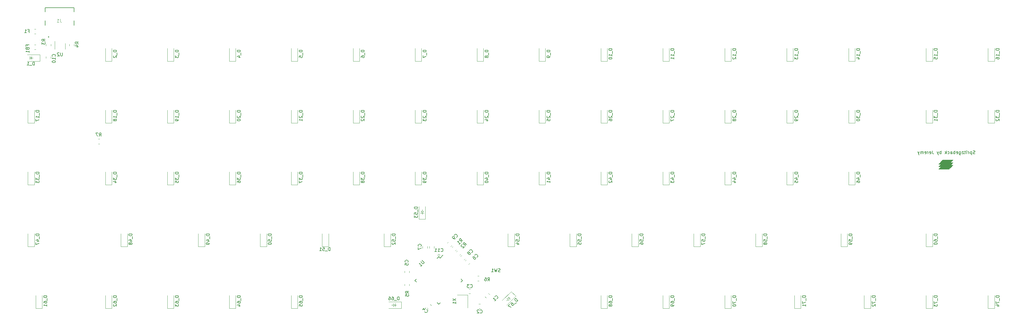
<source format=gbo>
G04 #@! TF.GenerationSoftware,KiCad,Pcbnew,(5.1.8)-1*
G04 #@! TF.CreationDate,2021-02-07T11:47:01-08:00*
G04 #@! TF.ProjectId,Spritzgeback,53707269-747a-4676-9562-61636b2e6b69,rev?*
G04 #@! TF.SameCoordinates,Original*
G04 #@! TF.FileFunction,Legend,Bot*
G04 #@! TF.FilePolarity,Positive*
%FSLAX46Y46*%
G04 Gerber Fmt 4.6, Leading zero omitted, Abs format (unit mm)*
G04 Created by KiCad (PCBNEW (5.1.8)-1) date 2021-02-07 11:47:01*
%MOMM*%
%LPD*%
G01*
G04 APERTURE LIST*
%ADD10C,0.100000*%
%ADD11C,0.150000*%
%ADD12C,0.120000*%
%ADD13C,0.127000*%
%ADD14C,0.200000*%
G04 APERTURE END LIST*
D10*
G36*
X285500000Y-40050000D02*
G01*
X282300000Y-40050000D01*
X283450000Y-38750000D01*
X286650000Y-38750000D01*
X285500000Y-40050000D01*
G37*
X285500000Y-40050000D02*
X282300000Y-40050000D01*
X283450000Y-38750000D01*
X286650000Y-38750000D01*
X285500000Y-40050000D01*
G36*
X285500000Y-39250000D02*
G01*
X282300000Y-39250000D01*
X283450000Y-37950000D01*
X286650000Y-37950000D01*
X285500000Y-39250000D01*
G37*
X285500000Y-39250000D02*
X282300000Y-39250000D01*
X283450000Y-37950000D01*
X286650000Y-37950000D01*
X285500000Y-39250000D01*
G36*
X285500000Y-38450000D02*
G01*
X282300000Y-38450000D01*
X283450000Y-37150000D01*
X286650000Y-37150000D01*
X285500000Y-38450000D01*
G37*
X285500000Y-38450000D02*
X282300000Y-38450000D01*
X283450000Y-37150000D01*
X286650000Y-37150000D01*
X285500000Y-38450000D01*
D11*
X293435714Y-35254761D02*
X293292857Y-35302380D01*
X293054761Y-35302380D01*
X292959523Y-35254761D01*
X292911904Y-35207142D01*
X292864285Y-35111904D01*
X292864285Y-35016666D01*
X292911904Y-34921428D01*
X292959523Y-34873809D01*
X293054761Y-34826190D01*
X293245238Y-34778571D01*
X293340476Y-34730952D01*
X293388095Y-34683333D01*
X293435714Y-34588095D01*
X293435714Y-34492857D01*
X293388095Y-34397619D01*
X293340476Y-34350000D01*
X293245238Y-34302380D01*
X293007142Y-34302380D01*
X292864285Y-34350000D01*
X292435714Y-34635714D02*
X292435714Y-35635714D01*
X292435714Y-34683333D02*
X292340476Y-34635714D01*
X292150000Y-34635714D01*
X292054761Y-34683333D01*
X292007142Y-34730952D01*
X291959523Y-34826190D01*
X291959523Y-35111904D01*
X292007142Y-35207142D01*
X292054761Y-35254761D01*
X292150000Y-35302380D01*
X292340476Y-35302380D01*
X292435714Y-35254761D01*
X291530952Y-35302380D02*
X291530952Y-34635714D01*
X291530952Y-34826190D02*
X291483333Y-34730952D01*
X291435714Y-34683333D01*
X291340476Y-34635714D01*
X291245238Y-34635714D01*
X290911904Y-35302380D02*
X290911904Y-34635714D01*
X290911904Y-34302380D02*
X290959523Y-34350000D01*
X290911904Y-34397619D01*
X290864285Y-34350000D01*
X290911904Y-34302380D01*
X290911904Y-34397619D01*
X290578571Y-34635714D02*
X290197619Y-34635714D01*
X290435714Y-34302380D02*
X290435714Y-35159523D01*
X290388095Y-35254761D01*
X290292857Y-35302380D01*
X290197619Y-35302380D01*
X289959523Y-34635714D02*
X289435714Y-34635714D01*
X289959523Y-35302380D01*
X289435714Y-35302380D01*
X288626190Y-34635714D02*
X288626190Y-35445238D01*
X288673809Y-35540476D01*
X288721428Y-35588095D01*
X288816666Y-35635714D01*
X288959523Y-35635714D01*
X289054761Y-35588095D01*
X288626190Y-35254761D02*
X288721428Y-35302380D01*
X288911904Y-35302380D01*
X289007142Y-35254761D01*
X289054761Y-35207142D01*
X289102380Y-35111904D01*
X289102380Y-34826190D01*
X289054761Y-34730952D01*
X289007142Y-34683333D01*
X288911904Y-34635714D01*
X288721428Y-34635714D01*
X288626190Y-34683333D01*
X287769047Y-35254761D02*
X287864285Y-35302380D01*
X288054761Y-35302380D01*
X288150000Y-35254761D01*
X288197619Y-35159523D01*
X288197619Y-34778571D01*
X288150000Y-34683333D01*
X288054761Y-34635714D01*
X287864285Y-34635714D01*
X287769047Y-34683333D01*
X287721428Y-34778571D01*
X287721428Y-34873809D01*
X288197619Y-34969047D01*
X287292857Y-35302380D02*
X287292857Y-34302380D01*
X287292857Y-34683333D02*
X287197619Y-34635714D01*
X287007142Y-34635714D01*
X286911904Y-34683333D01*
X286864285Y-34730952D01*
X286816666Y-34826190D01*
X286816666Y-35111904D01*
X286864285Y-35207142D01*
X286911904Y-35254761D01*
X287007142Y-35302380D01*
X287197619Y-35302380D01*
X287292857Y-35254761D01*
X285959523Y-35302380D02*
X285959523Y-34778571D01*
X286007142Y-34683333D01*
X286102380Y-34635714D01*
X286292857Y-34635714D01*
X286388095Y-34683333D01*
X285959523Y-35254761D02*
X286054761Y-35302380D01*
X286292857Y-35302380D01*
X286388095Y-35254761D01*
X286435714Y-35159523D01*
X286435714Y-35064285D01*
X286388095Y-34969047D01*
X286292857Y-34921428D01*
X286054761Y-34921428D01*
X285959523Y-34873809D01*
X285054761Y-35254761D02*
X285150000Y-35302380D01*
X285340476Y-35302380D01*
X285435714Y-35254761D01*
X285483333Y-35207142D01*
X285530952Y-35111904D01*
X285530952Y-34826190D01*
X285483333Y-34730952D01*
X285435714Y-34683333D01*
X285340476Y-34635714D01*
X285150000Y-34635714D01*
X285054761Y-34683333D01*
X284626190Y-35302380D02*
X284626190Y-34302380D01*
X284530952Y-34921428D02*
X284245238Y-35302380D01*
X284245238Y-34635714D02*
X284626190Y-35016666D01*
X283054761Y-35302380D02*
X283054761Y-34302380D01*
X283054761Y-34683333D02*
X282959523Y-34635714D01*
X282769047Y-34635714D01*
X282673809Y-34683333D01*
X282626190Y-34730952D01*
X282578571Y-34826190D01*
X282578571Y-35111904D01*
X282626190Y-35207142D01*
X282673809Y-35254761D01*
X282769047Y-35302380D01*
X282959523Y-35302380D01*
X283054761Y-35254761D01*
X282245238Y-34635714D02*
X282007142Y-35302380D01*
X281769047Y-34635714D02*
X282007142Y-35302380D01*
X282102380Y-35540476D01*
X282150000Y-35588095D01*
X282245238Y-35635714D01*
X280340476Y-34302380D02*
X280340476Y-35016666D01*
X280388095Y-35159523D01*
X280483333Y-35254761D01*
X280626190Y-35302380D01*
X280721428Y-35302380D01*
X279483333Y-35254761D02*
X279578571Y-35302380D01*
X279769047Y-35302380D01*
X279864285Y-35254761D01*
X279911904Y-35159523D01*
X279911904Y-34778571D01*
X279864285Y-34683333D01*
X279769047Y-34635714D01*
X279578571Y-34635714D01*
X279483333Y-34683333D01*
X279435714Y-34778571D01*
X279435714Y-34873809D01*
X279911904Y-34969047D01*
X279007142Y-35302380D02*
X279007142Y-34635714D01*
X279007142Y-34826190D02*
X278959523Y-34730952D01*
X278911904Y-34683333D01*
X278816666Y-34635714D01*
X278721428Y-34635714D01*
X278007142Y-35254761D02*
X278102380Y-35302380D01*
X278292857Y-35302380D01*
X278388095Y-35254761D01*
X278435714Y-35159523D01*
X278435714Y-34778571D01*
X278388095Y-34683333D01*
X278292857Y-34635714D01*
X278102380Y-34635714D01*
X278007142Y-34683333D01*
X277959523Y-34778571D01*
X277959523Y-34873809D01*
X278435714Y-34969047D01*
X277530952Y-35302380D02*
X277530952Y-34635714D01*
X277530952Y-34730952D02*
X277483333Y-34683333D01*
X277388095Y-34635714D01*
X277245238Y-34635714D01*
X277150000Y-34683333D01*
X277102380Y-34778571D01*
X277102380Y-35302380D01*
X277102380Y-34778571D02*
X277054761Y-34683333D01*
X276959523Y-34635714D01*
X276816666Y-34635714D01*
X276721428Y-34683333D01*
X276673809Y-34778571D01*
X276673809Y-35302380D01*
X276292857Y-34635714D02*
X276054761Y-35302380D01*
X275816666Y-34635714D02*
X276054761Y-35302380D01*
X276150000Y-35540476D01*
X276197619Y-35588095D01*
X276292857Y-35635714D01*
D12*
X128847231Y-66550000D02*
G75*
G03*
X128847231Y-66550000I-300000J0D01*
G01*
X123400000Y-53550000D02*
X123400000Y-53950000D01*
X123950000Y-53550000D02*
X122850000Y-53550000D01*
X123000000Y-52950000D02*
X123400000Y-52950000D01*
X123400000Y-53550000D02*
X123000000Y-52950000D01*
X123800000Y-52950000D02*
X123400000Y-53550000D01*
X123400000Y-52950000D02*
X123800000Y-52950000D01*
X123400000Y-52450000D02*
X123400000Y-52950000D01*
X150200000Y-79750000D02*
X150450000Y-79500000D01*
X150200000Y-79750000D02*
X149800000Y-79350000D01*
X150200000Y-79750000D02*
X150600000Y-80150000D01*
X149450000Y-79900000D02*
X150200000Y-79750000D01*
X149750000Y-80200000D02*
X149450000Y-79900000D01*
X150050000Y-80500000D02*
X150200000Y-79750000D01*
X149750000Y-80200000D02*
X150050000Y-80500000D01*
X149350000Y-80600000D02*
X149750000Y-80200000D01*
X115100000Y-81900000D02*
X115500000Y-81900000D01*
X115100000Y-81900000D02*
X115100000Y-82450000D01*
X115100000Y-81350000D02*
X115100000Y-81900000D01*
X115100000Y-81900000D02*
X115100000Y-81350000D01*
X114500000Y-81500000D02*
X114500000Y-81900000D01*
X115100000Y-81900000D02*
X114500000Y-81500000D01*
X114500000Y-82300000D02*
X115100000Y-81900000D01*
X114500000Y-81900000D02*
X114500000Y-82300000D01*
X113950000Y-81900000D02*
X114500000Y-81900000D01*
X3300000Y-5700000D02*
X3700000Y-5700000D01*
X3300000Y-5150000D02*
X3300000Y-6250000D01*
X2700000Y-6100000D02*
X2700000Y-5650000D01*
X3300000Y-5700000D02*
X2700000Y-6100000D01*
X2700000Y-5300000D02*
X3300000Y-5700000D01*
X2700000Y-5700000D02*
X2700000Y-5300000D01*
X2850000Y-5700000D02*
X3350000Y-5700000D01*
X118015000Y-75472936D02*
X118015000Y-75927064D01*
X119485000Y-75472936D02*
X119485000Y-75927064D01*
X118015000Y-71438748D02*
X118015000Y-71961252D01*
X119485000Y-71438748D02*
X119485000Y-71961252D01*
X123565000Y-64361252D02*
X123565000Y-63838748D01*
X125035000Y-64361252D02*
X125035000Y-63838748D01*
X144154457Y-78665010D02*
X143784990Y-78295543D01*
X143115010Y-79704457D02*
X142745543Y-79334990D01*
X141311252Y-81565000D02*
X140788748Y-81565000D01*
X141311252Y-83035000D02*
X140788748Y-83035000D01*
X137738748Y-78385000D02*
X138261252Y-78385000D01*
X137738748Y-76915000D02*
X138261252Y-76915000D01*
X124845543Y-82734990D02*
X125215010Y-83104457D01*
X125884990Y-81695543D02*
X126254457Y-82065010D01*
X136645543Y-68315010D02*
X137015010Y-67945543D01*
X137684990Y-69354457D02*
X138054457Y-68984990D01*
X136284990Y-67954457D02*
X136654457Y-67584990D01*
X135245543Y-66915010D02*
X135615010Y-66545543D01*
X132184990Y-63854457D02*
X132554457Y-63484990D01*
X131145543Y-62815010D02*
X131515010Y-62445543D01*
X132569718Y-64140835D02*
X132890835Y-63819718D01*
X133609165Y-65180282D02*
X133930282Y-64859165D01*
X133919718Y-65490835D02*
X134240835Y-65169718D01*
X134959165Y-66530282D02*
X135280282Y-66209165D01*
D11*
X128510000Y-67041445D02*
X128916586Y-67448031D01*
X121191445Y-74360000D02*
X121668742Y-74837297D01*
X128510000Y-81678555D02*
X128032703Y-81201258D01*
X135828555Y-74360000D02*
X135351258Y-73882703D01*
X128510000Y-67041445D02*
X128032703Y-67518742D01*
X135828555Y-74360000D02*
X135351258Y-74837297D01*
X128510000Y-81678555D02*
X128987297Y-81201258D01*
X121191445Y-74360000D02*
X121668742Y-73882703D01*
X128916586Y-67448031D02*
X129818148Y-66546470D01*
D12*
X127085000Y-64361252D02*
X127085000Y-63838748D01*
X125615000Y-64361252D02*
X125615000Y-63838748D01*
X7715000Y-5288748D02*
X7715000Y-5811252D01*
X9185000Y-5288748D02*
X9185000Y-5811252D01*
X5850000Y-4700000D02*
X1950000Y-4700000D01*
X5850000Y-6700000D02*
X1950000Y-6700000D01*
X5850000Y-4700000D02*
X5850000Y-6700000D01*
X27962500Y-6700000D02*
X27962500Y-2800000D01*
X25962500Y-6700000D02*
X25962500Y-2800000D01*
X27962500Y-6700000D02*
X25962500Y-6700000D01*
X47012500Y-6700000D02*
X47012500Y-2800000D01*
X45012500Y-6700000D02*
X45012500Y-2800000D01*
X47012500Y-6700000D02*
X45012500Y-6700000D01*
X66062500Y-6700000D02*
X66062500Y-2800000D01*
X64062500Y-6700000D02*
X64062500Y-2800000D01*
X66062500Y-6700000D02*
X64062500Y-6700000D01*
X85112500Y-6700000D02*
X85112500Y-2800000D01*
X83112500Y-6700000D02*
X83112500Y-2800000D01*
X85112500Y-6700000D02*
X83112500Y-6700000D01*
X104162500Y-6700000D02*
X102162500Y-6700000D01*
X102162500Y-6700000D02*
X102162500Y-2800000D01*
X104162500Y-6700000D02*
X104162500Y-2800000D01*
X123212500Y-6700000D02*
X123212500Y-2800000D01*
X121212500Y-6700000D02*
X121212500Y-2800000D01*
X123212500Y-6700000D02*
X121212500Y-6700000D01*
X142262500Y-6700000D02*
X140262500Y-6700000D01*
X140262500Y-6700000D02*
X140262500Y-2800000D01*
X142262500Y-6700000D02*
X142262500Y-2800000D01*
X161312500Y-6700000D02*
X159312500Y-6700000D01*
X159312500Y-6700000D02*
X159312500Y-2800000D01*
X161312500Y-6700000D02*
X161312500Y-2800000D01*
X180362500Y-6700000D02*
X180362500Y-2800000D01*
X178362500Y-6700000D02*
X178362500Y-2800000D01*
X180362500Y-6700000D02*
X178362500Y-6700000D01*
X199412500Y-6700000D02*
X199412500Y-2800000D01*
X197412500Y-6700000D02*
X197412500Y-2800000D01*
X199412500Y-6700000D02*
X197412500Y-6700000D01*
X218462500Y-6700000D02*
X216462500Y-6700000D01*
X216462500Y-6700000D02*
X216462500Y-2800000D01*
X218462500Y-6700000D02*
X218462500Y-2800000D01*
X237512500Y-6700000D02*
X237512500Y-2800000D01*
X235512500Y-6700000D02*
X235512500Y-2800000D01*
X237512500Y-6700000D02*
X235512500Y-6700000D01*
X256562500Y-6700000D02*
X254562500Y-6700000D01*
X254562500Y-6700000D02*
X254562500Y-2800000D01*
X256562500Y-6700000D02*
X256562500Y-2800000D01*
X299425000Y-6700000D02*
X299425000Y-2800000D01*
X297425000Y-6700000D02*
X297425000Y-2800000D01*
X299425000Y-6700000D02*
X297425000Y-6700000D01*
X4150000Y-25750000D02*
X4150000Y-21850000D01*
X2150000Y-25750000D02*
X2150000Y-21850000D01*
X4150000Y-25750000D02*
X2150000Y-25750000D01*
X27962500Y-25750000D02*
X25962500Y-25750000D01*
X25962500Y-25750000D02*
X25962500Y-21850000D01*
X27962500Y-25750000D02*
X27962500Y-21850000D01*
X47012500Y-25750000D02*
X47012500Y-21850000D01*
X45012500Y-25750000D02*
X45012500Y-21850000D01*
X47012500Y-25750000D02*
X45012500Y-25750000D01*
X66062500Y-25750000D02*
X66062500Y-21850000D01*
X64062500Y-25750000D02*
X64062500Y-21850000D01*
X66062500Y-25750000D02*
X64062500Y-25750000D01*
X85112500Y-25750000D02*
X85112500Y-21850000D01*
X83112500Y-25750000D02*
X83112500Y-21850000D01*
X85112500Y-25750000D02*
X83112500Y-25750000D01*
X104162500Y-25750000D02*
X104162500Y-21850000D01*
X102162500Y-25750000D02*
X102162500Y-21850000D01*
X104162500Y-25750000D02*
X102162500Y-25750000D01*
X123212500Y-25750000D02*
X123212500Y-21850000D01*
X121212500Y-25750000D02*
X121212500Y-21850000D01*
X123212500Y-25750000D02*
X121212500Y-25750000D01*
X142262500Y-25750000D02*
X140262500Y-25750000D01*
X140262500Y-25750000D02*
X140262500Y-21850000D01*
X142262500Y-25750000D02*
X142262500Y-21850000D01*
X161312500Y-25750000D02*
X161312500Y-21850000D01*
X159312500Y-25750000D02*
X159312500Y-21850000D01*
X161312500Y-25750000D02*
X159312500Y-25750000D01*
X180362500Y-25750000D02*
X178362500Y-25750000D01*
X178362500Y-25750000D02*
X178362500Y-21850000D01*
X180362500Y-25750000D02*
X180362500Y-21850000D01*
X199412500Y-25750000D02*
X199412500Y-21850000D01*
X197412500Y-25750000D02*
X197412500Y-21850000D01*
X199412500Y-25750000D02*
X197412500Y-25750000D01*
X218462500Y-25750000D02*
X218462500Y-21850000D01*
X216462500Y-25750000D02*
X216462500Y-21850000D01*
X218462500Y-25750000D02*
X216462500Y-25750000D01*
X237512500Y-25750000D02*
X237512500Y-21850000D01*
X235512500Y-25750000D02*
X235512500Y-21850000D01*
X237512500Y-25750000D02*
X235512500Y-25750000D01*
X256562500Y-25750000D02*
X254562500Y-25750000D01*
X254562500Y-25750000D02*
X254562500Y-21850000D01*
X256562500Y-25750000D02*
X256562500Y-21850000D01*
X280375000Y-6700000D02*
X280375000Y-2800000D01*
X278375000Y-6700000D02*
X278375000Y-2800000D01*
X280375000Y-6700000D02*
X278375000Y-6700000D01*
X4150000Y-44800000D02*
X2150000Y-44800000D01*
X2150000Y-44800000D02*
X2150000Y-40900000D01*
X4150000Y-44800000D02*
X4150000Y-40900000D01*
X27962500Y-44800000D02*
X25962500Y-44800000D01*
X25962500Y-44800000D02*
X25962500Y-40900000D01*
X27962500Y-44800000D02*
X27962500Y-40900000D01*
X47012500Y-44800000D02*
X45012500Y-44800000D01*
X45012500Y-44800000D02*
X45012500Y-40900000D01*
X47012500Y-44800000D02*
X47012500Y-40900000D01*
X66062500Y-44800000D02*
X64062500Y-44800000D01*
X64062500Y-44800000D02*
X64062500Y-40900000D01*
X66062500Y-44800000D02*
X66062500Y-40900000D01*
X85112500Y-44800000D02*
X83112500Y-44800000D01*
X83112500Y-44800000D02*
X83112500Y-40900000D01*
X85112500Y-44800000D02*
X85112500Y-40900000D01*
X104162500Y-44800000D02*
X104162500Y-40900000D01*
X102162500Y-44800000D02*
X102162500Y-40900000D01*
X104162500Y-44800000D02*
X102162500Y-44800000D01*
X123212500Y-44800000D02*
X123212500Y-40900000D01*
X121212500Y-44800000D02*
X121212500Y-40900000D01*
X123212500Y-44800000D02*
X121212500Y-44800000D01*
X142262500Y-44800000D02*
X140262500Y-44800000D01*
X140262500Y-44800000D02*
X140262500Y-40900000D01*
X142262500Y-44800000D02*
X142262500Y-40900000D01*
X161312500Y-44800000D02*
X161312500Y-40900000D01*
X159312500Y-44800000D02*
X159312500Y-40900000D01*
X161312500Y-44800000D02*
X159312500Y-44800000D01*
X180362500Y-44800000D02*
X178362500Y-44800000D01*
X178362500Y-44800000D02*
X178362500Y-40900000D01*
X180362500Y-44800000D02*
X180362500Y-40900000D01*
X199412500Y-44800000D02*
X197412500Y-44800000D01*
X197412500Y-44800000D02*
X197412500Y-40900000D01*
X199412500Y-44800000D02*
X199412500Y-40900000D01*
X218462500Y-44800000D02*
X216462500Y-44800000D01*
X216462500Y-44800000D02*
X216462500Y-40900000D01*
X218462500Y-44800000D02*
X218462500Y-40900000D01*
X237512500Y-44800000D02*
X235512500Y-44800000D01*
X235512500Y-44800000D02*
X235512500Y-40900000D01*
X237512500Y-44800000D02*
X237512500Y-40900000D01*
X256562500Y-44800000D02*
X256562500Y-40900000D01*
X254562500Y-44800000D02*
X254562500Y-40900000D01*
X256562500Y-44800000D02*
X254562500Y-44800000D01*
X280375000Y-25750000D02*
X278375000Y-25750000D01*
X278375000Y-25750000D02*
X278375000Y-21850000D01*
X280375000Y-25750000D02*
X280375000Y-21850000D01*
X4150000Y-63850000D02*
X2150000Y-63850000D01*
X2150000Y-63850000D02*
X2150000Y-59950000D01*
X4150000Y-63850000D02*
X4150000Y-59950000D01*
X32725000Y-63850000D02*
X32725000Y-59950000D01*
X30725000Y-63850000D02*
X30725000Y-59950000D01*
X32725000Y-63850000D02*
X30725000Y-63850000D01*
X56537500Y-63850000D02*
X56537500Y-59950000D01*
X54537500Y-63850000D02*
X54537500Y-59950000D01*
X56537500Y-63850000D02*
X54537500Y-63850000D01*
X75587500Y-63850000D02*
X73587500Y-63850000D01*
X73587500Y-63850000D02*
X73587500Y-59950000D01*
X75587500Y-63850000D02*
X75587500Y-59950000D01*
X94637500Y-63850000D02*
X94637500Y-59950000D01*
X92637500Y-63850000D02*
X92637500Y-59950000D01*
X94637500Y-63850000D02*
X92637500Y-63850000D01*
X113687500Y-63850000D02*
X113687500Y-59950000D01*
X111687500Y-63850000D02*
X111687500Y-59950000D01*
X113687500Y-63850000D02*
X111687500Y-63850000D01*
X124400000Y-55450000D02*
X122400000Y-55450000D01*
X122400000Y-55450000D02*
X122400000Y-51550000D01*
X124400000Y-55450000D02*
X124400000Y-51550000D01*
X151787500Y-63850000D02*
X151787500Y-59950000D01*
X149787500Y-63850000D02*
X149787500Y-59950000D01*
X151787500Y-63850000D02*
X149787500Y-63850000D01*
X170837500Y-63850000D02*
X168837500Y-63850000D01*
X168837500Y-63850000D02*
X168837500Y-59950000D01*
X170837500Y-63850000D02*
X170837500Y-59950000D01*
X189887500Y-63850000D02*
X189887500Y-59950000D01*
X187887500Y-63850000D02*
X187887500Y-59950000D01*
X189887500Y-63850000D02*
X187887500Y-63850000D01*
X208937500Y-63850000D02*
X206937500Y-63850000D01*
X206937500Y-63850000D02*
X206937500Y-59950000D01*
X208937500Y-63850000D02*
X208937500Y-59950000D01*
X227987500Y-63850000D02*
X227987500Y-59950000D01*
X225987500Y-63850000D02*
X225987500Y-59950000D01*
X227987500Y-63850000D02*
X225987500Y-63850000D01*
X254181250Y-63850000D02*
X254181250Y-59950000D01*
X252181250Y-63850000D02*
X252181250Y-59950000D01*
X254181250Y-63850000D02*
X252181250Y-63850000D01*
X27962500Y-82900000D02*
X27962500Y-79000000D01*
X25962500Y-82900000D02*
X25962500Y-79000000D01*
X27962500Y-82900000D02*
X25962500Y-82900000D01*
X47012500Y-82900000D02*
X45012500Y-82900000D01*
X45012500Y-82900000D02*
X45012500Y-79000000D01*
X47012500Y-82900000D02*
X47012500Y-79000000D01*
X66062500Y-82900000D02*
X66062500Y-79000000D01*
X64062500Y-82900000D02*
X64062500Y-79000000D01*
X66062500Y-82900000D02*
X64062500Y-82900000D01*
X116975000Y-80900000D02*
X116975000Y-82900000D01*
X116975000Y-82900000D02*
X113075000Y-82900000D01*
X116975000Y-80900000D02*
X113075000Y-80900000D01*
X150783883Y-77751903D02*
X148026167Y-80509619D01*
X152198097Y-79166117D02*
X149440381Y-81923833D01*
X150783883Y-77751903D02*
X152198097Y-79166117D01*
X180362500Y-82900000D02*
X178362500Y-82900000D01*
X178362500Y-82900000D02*
X178362500Y-79000000D01*
X180362500Y-82900000D02*
X180362500Y-79000000D01*
X199412500Y-82900000D02*
X197412500Y-82900000D01*
X197412500Y-82900000D02*
X197412500Y-79000000D01*
X199412500Y-82900000D02*
X199412500Y-79000000D01*
X218462500Y-82900000D02*
X218462500Y-79000000D01*
X216462500Y-82900000D02*
X216462500Y-79000000D01*
X218462500Y-82900000D02*
X216462500Y-82900000D01*
X239893750Y-82900000D02*
X237893750Y-82900000D01*
X237893750Y-82900000D02*
X237893750Y-79000000D01*
X239893750Y-82900000D02*
X239893750Y-79000000D01*
X261325000Y-82900000D02*
X261325000Y-79000000D01*
X259325000Y-82900000D02*
X259325000Y-79000000D01*
X261325000Y-82900000D02*
X259325000Y-82900000D01*
X299425000Y-82900000D02*
X297425000Y-82900000D01*
X297425000Y-82900000D02*
X297425000Y-79000000D01*
X299425000Y-82900000D02*
X299425000Y-79000000D01*
X4122936Y1715000D02*
X4577064Y1715000D01*
X4122936Y3185000D02*
X4577064Y3185000D01*
X4577064Y-3135000D02*
X4122936Y-3135000D01*
X4577064Y-1665000D02*
X4122936Y-1665000D01*
X140877064Y-74435000D02*
X140422936Y-74435000D01*
X140877064Y-72965000D02*
X140422936Y-72965000D01*
X23772936Y-32185000D02*
X24227064Y-32185000D01*
X23772936Y-30715000D02*
X24227064Y-30715000D01*
X13610000Y-1200000D02*
X13610000Y-3000000D01*
X10390000Y-3000000D02*
X10390000Y-550000D01*
X7715000Y-1977064D02*
X7715000Y-1522936D01*
X9185000Y-1977064D02*
X9185000Y-1522936D01*
X16335000Y-1977064D02*
X16335000Y-1522936D01*
X14865000Y-1977064D02*
X14865000Y-1522936D01*
X6531250Y-82900000D02*
X6531250Y-79000000D01*
X4531250Y-82900000D02*
X4531250Y-79000000D01*
X6531250Y-82900000D02*
X4531250Y-82900000D01*
X137450000Y-78750000D02*
X137450000Y-82750000D01*
X134150000Y-78750000D02*
X137450000Y-78750000D01*
D13*
X7430000Y4340000D02*
X7430000Y5780000D01*
X16370000Y4340000D02*
X16370000Y5780000D01*
X16370000Y8520000D02*
X16370000Y9750000D01*
X16370000Y9750000D02*
X7430000Y9750000D01*
X7430000Y9750000D02*
X7430000Y8520000D01*
D14*
X8600000Y750000D02*
G75*
G03*
X8600000Y750000I-100000J0D01*
G01*
D12*
X85112500Y-82900000D02*
X85112500Y-79000000D01*
X83112500Y-82900000D02*
X83112500Y-79000000D01*
X85112500Y-82900000D02*
X83112500Y-82900000D01*
X280375000Y-63850000D02*
X280375000Y-59950000D01*
X278375000Y-63850000D02*
X278375000Y-59950000D01*
X280375000Y-63850000D02*
X278375000Y-63850000D01*
X280375000Y-82900000D02*
X278375000Y-82900000D01*
X278375000Y-82900000D02*
X278375000Y-79000000D01*
X280375000Y-82900000D02*
X280375000Y-79000000D01*
X299425000Y-25750000D02*
X297425000Y-25750000D01*
X297425000Y-25750000D02*
X297425000Y-21850000D01*
X299425000Y-25750000D02*
X299425000Y-21850000D01*
D11*
X119252380Y-78283333D02*
X118776190Y-77950000D01*
X119252380Y-77711904D02*
X118252380Y-77711904D01*
X118252380Y-78092857D01*
X118300000Y-78188095D01*
X118347619Y-78235714D01*
X118442857Y-78283333D01*
X118585714Y-78283333D01*
X118680952Y-78235714D01*
X118728571Y-78188095D01*
X118776190Y-78092857D01*
X118776190Y-77711904D01*
X118252380Y-79188095D02*
X118252380Y-78711904D01*
X118728571Y-78664285D01*
X118680952Y-78711904D01*
X118633333Y-78807142D01*
X118633333Y-79045238D01*
X118680952Y-79140476D01*
X118728571Y-79188095D01*
X118823809Y-79235714D01*
X119061904Y-79235714D01*
X119157142Y-79188095D01*
X119204761Y-79140476D01*
X119252380Y-79045238D01*
X119252380Y-78807142D01*
X119204761Y-78711904D01*
X119157142Y-78664285D01*
X147383333Y-71654761D02*
X147240476Y-71702380D01*
X147002380Y-71702380D01*
X146907142Y-71654761D01*
X146859523Y-71607142D01*
X146811904Y-71511904D01*
X146811904Y-71416666D01*
X146859523Y-71321428D01*
X146907142Y-71273809D01*
X147002380Y-71226190D01*
X147192857Y-71178571D01*
X147288095Y-71130952D01*
X147335714Y-71083333D01*
X147383333Y-70988095D01*
X147383333Y-70892857D01*
X147335714Y-70797619D01*
X147288095Y-70750000D01*
X147192857Y-70702380D01*
X146954761Y-70702380D01*
X146811904Y-70750000D01*
X146478571Y-70702380D02*
X146240476Y-71702380D01*
X146050000Y-70988095D01*
X145859523Y-71702380D01*
X145621428Y-70702380D01*
X144716666Y-71702380D02*
X145288095Y-71702380D01*
X145002380Y-71702380D02*
X145002380Y-70702380D01*
X145097619Y-70845238D01*
X145192857Y-70940476D01*
X145288095Y-70988095D01*
X119007142Y-68683333D02*
X119054761Y-68635714D01*
X119102380Y-68492857D01*
X119102380Y-68397619D01*
X119054761Y-68254761D01*
X118959523Y-68159523D01*
X118864285Y-68111904D01*
X118673809Y-68064285D01*
X118530952Y-68064285D01*
X118340476Y-68111904D01*
X118245238Y-68159523D01*
X118150000Y-68254761D01*
X118102380Y-68397619D01*
X118102380Y-68492857D01*
X118150000Y-68635714D01*
X118197619Y-68683333D01*
X118102380Y-69588095D02*
X118102380Y-69111904D01*
X118578571Y-69064285D01*
X118530952Y-69111904D01*
X118483333Y-69207142D01*
X118483333Y-69445238D01*
X118530952Y-69540476D01*
X118578571Y-69588095D01*
X118673809Y-69635714D01*
X118911904Y-69635714D01*
X119007142Y-69588095D01*
X119054761Y-69540476D01*
X119102380Y-69445238D01*
X119102380Y-69207142D01*
X119054761Y-69111904D01*
X119007142Y-69064285D01*
X123057142Y-63783333D02*
X123104761Y-63735714D01*
X123152380Y-63592857D01*
X123152380Y-63497619D01*
X123104761Y-63354761D01*
X123009523Y-63259523D01*
X122914285Y-63211904D01*
X122723809Y-63164285D01*
X122580952Y-63164285D01*
X122390476Y-63211904D01*
X122295238Y-63259523D01*
X122200000Y-63354761D01*
X122152380Y-63497619D01*
X122152380Y-63592857D01*
X122200000Y-63735714D01*
X122247619Y-63783333D01*
X122152380Y-64116666D02*
X122152380Y-64783333D01*
X123152380Y-64354761D01*
X146370389Y-79934687D02*
X146437732Y-79934687D01*
X146572419Y-79867343D01*
X146639763Y-79800000D01*
X146707106Y-79665312D01*
X146707106Y-79530625D01*
X146673435Y-79429610D01*
X146572419Y-79261251D01*
X146471404Y-79160236D01*
X146303045Y-79059221D01*
X146202030Y-79025549D01*
X146067343Y-79025549D01*
X145932656Y-79092893D01*
X145865312Y-79160236D01*
X145797969Y-79294923D01*
X145797969Y-79362267D01*
X145764297Y-80675465D02*
X146168358Y-80271404D01*
X145966328Y-80473435D02*
X145259221Y-79766328D01*
X145427580Y-79800000D01*
X145562267Y-79800000D01*
X145663282Y-79766328D01*
X141254166Y-84307142D02*
X141301785Y-84354761D01*
X141444642Y-84402380D01*
X141539880Y-84402380D01*
X141682738Y-84354761D01*
X141777976Y-84259523D01*
X141825595Y-84164285D01*
X141873214Y-83973809D01*
X141873214Y-83830952D01*
X141825595Y-83640476D01*
X141777976Y-83545238D01*
X141682738Y-83450000D01*
X141539880Y-83402380D01*
X141444642Y-83402380D01*
X141301785Y-83450000D01*
X141254166Y-83497619D01*
X140873214Y-83497619D02*
X140825595Y-83450000D01*
X140730357Y-83402380D01*
X140492261Y-83402380D01*
X140397023Y-83450000D01*
X140349404Y-83497619D01*
X140301785Y-83592857D01*
X140301785Y-83688095D01*
X140349404Y-83830952D01*
X140920833Y-84402380D01*
X140301785Y-84402380D01*
X138216666Y-76457142D02*
X138264285Y-76504761D01*
X138407142Y-76552380D01*
X138502380Y-76552380D01*
X138645238Y-76504761D01*
X138740476Y-76409523D01*
X138788095Y-76314285D01*
X138835714Y-76123809D01*
X138835714Y-75980952D01*
X138788095Y-75790476D01*
X138740476Y-75695238D01*
X138645238Y-75600000D01*
X138502380Y-75552380D01*
X138407142Y-75552380D01*
X138264285Y-75600000D01*
X138216666Y-75647619D01*
X137883333Y-75552380D02*
X137264285Y-75552380D01*
X137597619Y-75933333D01*
X137454761Y-75933333D01*
X137359523Y-75980952D01*
X137311904Y-76028571D01*
X137264285Y-76123809D01*
X137264285Y-76361904D01*
X137311904Y-76457142D01*
X137359523Y-76504761D01*
X137454761Y-76552380D01*
X137740476Y-76552380D01*
X137835714Y-76504761D01*
X137883333Y-76457142D01*
X124213230Y-83901760D02*
X124213230Y-83969103D01*
X124280574Y-84103790D01*
X124347918Y-84171134D01*
X124482605Y-84238477D01*
X124617292Y-84238477D01*
X124718307Y-84204806D01*
X124886666Y-84103790D01*
X124987681Y-84002775D01*
X125088696Y-83834416D01*
X125122368Y-83733401D01*
X125122368Y-83598714D01*
X125055024Y-83464027D01*
X124987681Y-83396683D01*
X124852994Y-83329340D01*
X124785650Y-83329340D01*
X124011200Y-82891607D02*
X123539795Y-83363012D01*
X124448933Y-82790592D02*
X124112215Y-83464027D01*
X123674482Y-83026294D01*
X140170389Y-67184687D02*
X140237732Y-67184687D01*
X140372419Y-67117343D01*
X140439763Y-67050000D01*
X140507106Y-66915312D01*
X140507106Y-66780625D01*
X140473435Y-66679610D01*
X140372419Y-66511251D01*
X140271404Y-66410236D01*
X140103045Y-66309221D01*
X140002030Y-66275549D01*
X139867343Y-66275549D01*
X139732656Y-66342893D01*
X139665312Y-66410236D01*
X139597969Y-66544923D01*
X139597969Y-66612267D01*
X138924534Y-67151015D02*
X139059221Y-67016328D01*
X139160236Y-66982656D01*
X139227580Y-66982656D01*
X139395938Y-67016328D01*
X139564297Y-67117343D01*
X139833671Y-67386717D01*
X139867343Y-67487732D01*
X139867343Y-67555076D01*
X139833671Y-67656091D01*
X139698984Y-67790778D01*
X139597969Y-67824450D01*
X139530625Y-67824450D01*
X139429610Y-67790778D01*
X139261251Y-67622419D01*
X139227580Y-67521404D01*
X139227580Y-67454061D01*
X139261251Y-67353045D01*
X139395938Y-67218358D01*
X139496954Y-67184687D01*
X139564297Y-67184687D01*
X139665312Y-67218358D01*
X138570389Y-65734687D02*
X138637732Y-65734687D01*
X138772419Y-65667343D01*
X138839763Y-65600000D01*
X138907106Y-65465312D01*
X138907106Y-65330625D01*
X138873435Y-65229610D01*
X138772419Y-65061251D01*
X138671404Y-64960236D01*
X138503045Y-64859221D01*
X138402030Y-64825549D01*
X138267343Y-64825549D01*
X138132656Y-64892893D01*
X138065312Y-64960236D01*
X137997969Y-65094923D01*
X137997969Y-65162267D01*
X137829610Y-65802030D02*
X137863282Y-65701015D01*
X137863282Y-65633671D01*
X137829610Y-65532656D01*
X137795938Y-65498984D01*
X137694923Y-65465312D01*
X137627580Y-65465312D01*
X137526564Y-65498984D01*
X137391877Y-65633671D01*
X137358206Y-65734687D01*
X137358206Y-65802030D01*
X137391877Y-65903045D01*
X137425549Y-65936717D01*
X137526564Y-65970389D01*
X137593908Y-65970389D01*
X137694923Y-65936717D01*
X137829610Y-65802030D01*
X137930625Y-65768358D01*
X137997969Y-65768358D01*
X138098984Y-65802030D01*
X138233671Y-65936717D01*
X138267343Y-66037732D01*
X138267343Y-66105076D01*
X138233671Y-66206091D01*
X138098984Y-66340778D01*
X137997969Y-66374450D01*
X137930625Y-66374450D01*
X137829610Y-66340778D01*
X137694923Y-66206091D01*
X137661251Y-66105076D01*
X137661251Y-66037732D01*
X137694923Y-65936717D01*
X133920389Y-60984687D02*
X133987732Y-60984687D01*
X134122419Y-60917343D01*
X134189763Y-60850000D01*
X134257106Y-60715312D01*
X134257106Y-60580625D01*
X134223435Y-60479610D01*
X134122419Y-60311251D01*
X134021404Y-60210236D01*
X133853045Y-60109221D01*
X133752030Y-60075549D01*
X133617343Y-60075549D01*
X133482656Y-60142893D01*
X133415312Y-60210236D01*
X133347969Y-60344923D01*
X133347969Y-60412267D01*
X133651015Y-61388748D02*
X133516328Y-61523435D01*
X133415312Y-61557106D01*
X133347969Y-61557106D01*
X133179610Y-61523435D01*
X133011251Y-61422419D01*
X132741877Y-61153045D01*
X132708206Y-61052030D01*
X132708206Y-60984687D01*
X132741877Y-60883671D01*
X132876564Y-60748984D01*
X132977580Y-60715312D01*
X133044923Y-60715312D01*
X133145938Y-60748984D01*
X133314297Y-60917343D01*
X133347969Y-61018358D01*
X133347969Y-61085702D01*
X133314297Y-61186717D01*
X133179610Y-61321404D01*
X133078595Y-61355076D01*
X133011251Y-61355076D01*
X132910236Y-61321404D01*
X135437732Y-62502030D02*
X135336717Y-61929610D01*
X135841793Y-62097969D02*
X135134687Y-61390862D01*
X134865312Y-61660236D01*
X134831641Y-61761251D01*
X134831641Y-61828595D01*
X134865312Y-61929610D01*
X134966328Y-62030625D01*
X135067343Y-62064297D01*
X135134687Y-62064297D01*
X135235702Y-62030625D01*
X135505076Y-61761251D01*
X134764297Y-63175465D02*
X135168358Y-62771404D01*
X134966328Y-62973435D02*
X134259221Y-62266328D01*
X134427580Y-62300000D01*
X134562267Y-62300000D01*
X134663282Y-62266328D01*
X136637732Y-63702030D02*
X136536717Y-63129610D01*
X137041793Y-63297969D02*
X136334687Y-62590862D01*
X136065312Y-62860236D01*
X136031641Y-62961251D01*
X136031641Y-63028595D01*
X136065312Y-63129610D01*
X136166328Y-63230625D01*
X136267343Y-63264297D01*
X136334687Y-63264297D01*
X136435702Y-63230625D01*
X136705076Y-62961251D01*
X135728595Y-63331641D02*
X135661251Y-63331641D01*
X135560236Y-63365312D01*
X135391877Y-63533671D01*
X135358206Y-63634687D01*
X135358206Y-63702030D01*
X135391877Y-63803045D01*
X135459221Y-63870389D01*
X135593908Y-63937732D01*
X136402030Y-63937732D01*
X135964297Y-64375465D01*
X123393576Y-68166080D02*
X123965996Y-68738500D01*
X123999668Y-68839515D01*
X123999668Y-68906859D01*
X123965996Y-69007874D01*
X123831309Y-69142561D01*
X123730294Y-69176233D01*
X123662950Y-69176233D01*
X123561935Y-69142561D01*
X122989515Y-68570141D01*
X122989515Y-69984355D02*
X123393576Y-69580294D01*
X123191546Y-69782324D02*
X122484439Y-69075218D01*
X122652798Y-69108889D01*
X122787485Y-69108889D01*
X122888500Y-69075218D01*
X129192857Y-65357142D02*
X129240476Y-65404761D01*
X129383333Y-65452380D01*
X129478571Y-65452380D01*
X129621428Y-65404761D01*
X129716666Y-65309523D01*
X129764285Y-65214285D01*
X129811904Y-65023809D01*
X129811904Y-64880952D01*
X129764285Y-64690476D01*
X129716666Y-64595238D01*
X129621428Y-64500000D01*
X129478571Y-64452380D01*
X129383333Y-64452380D01*
X129240476Y-64500000D01*
X129192857Y-64547619D01*
X128240476Y-65452380D02*
X128811904Y-65452380D01*
X128526190Y-65452380D02*
X128526190Y-64452380D01*
X128621428Y-64595238D01*
X128716666Y-64690476D01*
X128811904Y-64738095D01*
X127288095Y-65452380D02*
X127859523Y-65452380D01*
X127573809Y-65452380D02*
X127573809Y-64452380D01*
X127669047Y-64595238D01*
X127764285Y-64690476D01*
X127859523Y-64738095D01*
X10507142Y-5257142D02*
X10554761Y-5209523D01*
X10602380Y-5066666D01*
X10602380Y-4971428D01*
X10554761Y-4828571D01*
X10459523Y-4733333D01*
X10364285Y-4685714D01*
X10173809Y-4638095D01*
X10030952Y-4638095D01*
X9840476Y-4685714D01*
X9745238Y-4733333D01*
X9650000Y-4828571D01*
X9602380Y-4971428D01*
X9602380Y-5066666D01*
X9650000Y-5209523D01*
X9697619Y-5257142D01*
X10602380Y-6209523D02*
X10602380Y-5638095D01*
X10602380Y-5923809D02*
X9602380Y-5923809D01*
X9745238Y-5828571D01*
X9840476Y-5733333D01*
X9888095Y-5638095D01*
X9602380Y-6828571D02*
X9602380Y-6923809D01*
X9650000Y-7019047D01*
X9697619Y-7066666D01*
X9792857Y-7114285D01*
X9983333Y-7161904D01*
X10221428Y-7161904D01*
X10411904Y-7114285D01*
X10507142Y-7066666D01*
X10554761Y-7019047D01*
X10602380Y-6923809D01*
X10602380Y-6828571D01*
X10554761Y-6733333D01*
X10507142Y-6685714D01*
X10411904Y-6638095D01*
X10221428Y-6590476D01*
X9983333Y-6590476D01*
X9792857Y-6638095D01*
X9697619Y-6685714D01*
X9650000Y-6733333D01*
X9602380Y-6828571D01*
X4169047Y-7952380D02*
X4169047Y-6952380D01*
X3930952Y-6952380D01*
X3788095Y-7000000D01*
X3692857Y-7095238D01*
X3645238Y-7190476D01*
X3597619Y-7380952D01*
X3597619Y-7523809D01*
X3645238Y-7714285D01*
X3692857Y-7809523D01*
X3788095Y-7904761D01*
X3930952Y-7952380D01*
X4169047Y-7952380D01*
X3407142Y-8047619D02*
X2645238Y-8047619D01*
X1883333Y-7952380D02*
X2454761Y-7952380D01*
X2169047Y-7952380D02*
X2169047Y-6952380D01*
X2264285Y-7095238D01*
X2359523Y-7190476D01*
X2454761Y-7238095D01*
X29414880Y-3330952D02*
X28414880Y-3330952D01*
X28414880Y-3569047D01*
X28462500Y-3711904D01*
X28557738Y-3807142D01*
X28652976Y-3854761D01*
X28843452Y-3902380D01*
X28986309Y-3902380D01*
X29176785Y-3854761D01*
X29272023Y-3807142D01*
X29367261Y-3711904D01*
X29414880Y-3569047D01*
X29414880Y-3330952D01*
X29510119Y-4092857D02*
X29510119Y-4854761D01*
X28510119Y-5045238D02*
X28462500Y-5092857D01*
X28414880Y-5188095D01*
X28414880Y-5426190D01*
X28462500Y-5521428D01*
X28510119Y-5569047D01*
X28605357Y-5616666D01*
X28700595Y-5616666D01*
X28843452Y-5569047D01*
X29414880Y-4997619D01*
X29414880Y-5616666D01*
X48464880Y-3330952D02*
X47464880Y-3330952D01*
X47464880Y-3569047D01*
X47512500Y-3711904D01*
X47607738Y-3807142D01*
X47702976Y-3854761D01*
X47893452Y-3902380D01*
X48036309Y-3902380D01*
X48226785Y-3854761D01*
X48322023Y-3807142D01*
X48417261Y-3711904D01*
X48464880Y-3569047D01*
X48464880Y-3330952D01*
X48560119Y-4092857D02*
X48560119Y-4854761D01*
X47464880Y-4997619D02*
X47464880Y-5616666D01*
X47845833Y-5283333D01*
X47845833Y-5426190D01*
X47893452Y-5521428D01*
X47941071Y-5569047D01*
X48036309Y-5616666D01*
X48274404Y-5616666D01*
X48369642Y-5569047D01*
X48417261Y-5521428D01*
X48464880Y-5426190D01*
X48464880Y-5140476D01*
X48417261Y-5045238D01*
X48369642Y-4997619D01*
X67514880Y-3330952D02*
X66514880Y-3330952D01*
X66514880Y-3569047D01*
X66562500Y-3711904D01*
X66657738Y-3807142D01*
X66752976Y-3854761D01*
X66943452Y-3902380D01*
X67086309Y-3902380D01*
X67276785Y-3854761D01*
X67372023Y-3807142D01*
X67467261Y-3711904D01*
X67514880Y-3569047D01*
X67514880Y-3330952D01*
X67610119Y-4092857D02*
X67610119Y-4854761D01*
X66848214Y-5521428D02*
X67514880Y-5521428D01*
X66467261Y-5283333D02*
X67181547Y-5045238D01*
X67181547Y-5664285D01*
X86564880Y-3330952D02*
X85564880Y-3330952D01*
X85564880Y-3569047D01*
X85612500Y-3711904D01*
X85707738Y-3807142D01*
X85802976Y-3854761D01*
X85993452Y-3902380D01*
X86136309Y-3902380D01*
X86326785Y-3854761D01*
X86422023Y-3807142D01*
X86517261Y-3711904D01*
X86564880Y-3569047D01*
X86564880Y-3330952D01*
X86660119Y-4092857D02*
X86660119Y-4854761D01*
X85564880Y-5569047D02*
X85564880Y-5092857D01*
X86041071Y-5045238D01*
X85993452Y-5092857D01*
X85945833Y-5188095D01*
X85945833Y-5426190D01*
X85993452Y-5521428D01*
X86041071Y-5569047D01*
X86136309Y-5616666D01*
X86374404Y-5616666D01*
X86469642Y-5569047D01*
X86517261Y-5521428D01*
X86564880Y-5426190D01*
X86564880Y-5188095D01*
X86517261Y-5092857D01*
X86469642Y-5045238D01*
X105614880Y-3330952D02*
X104614880Y-3330952D01*
X104614880Y-3569047D01*
X104662500Y-3711904D01*
X104757738Y-3807142D01*
X104852976Y-3854761D01*
X105043452Y-3902380D01*
X105186309Y-3902380D01*
X105376785Y-3854761D01*
X105472023Y-3807142D01*
X105567261Y-3711904D01*
X105614880Y-3569047D01*
X105614880Y-3330952D01*
X105710119Y-4092857D02*
X105710119Y-4854761D01*
X104614880Y-5521428D02*
X104614880Y-5330952D01*
X104662500Y-5235714D01*
X104710119Y-5188095D01*
X104852976Y-5092857D01*
X105043452Y-5045238D01*
X105424404Y-5045238D01*
X105519642Y-5092857D01*
X105567261Y-5140476D01*
X105614880Y-5235714D01*
X105614880Y-5426190D01*
X105567261Y-5521428D01*
X105519642Y-5569047D01*
X105424404Y-5616666D01*
X105186309Y-5616666D01*
X105091071Y-5569047D01*
X105043452Y-5521428D01*
X104995833Y-5426190D01*
X104995833Y-5235714D01*
X105043452Y-5140476D01*
X105091071Y-5092857D01*
X105186309Y-5045238D01*
X124664880Y-3330952D02*
X123664880Y-3330952D01*
X123664880Y-3569047D01*
X123712500Y-3711904D01*
X123807738Y-3807142D01*
X123902976Y-3854761D01*
X124093452Y-3902380D01*
X124236309Y-3902380D01*
X124426785Y-3854761D01*
X124522023Y-3807142D01*
X124617261Y-3711904D01*
X124664880Y-3569047D01*
X124664880Y-3330952D01*
X124760119Y-4092857D02*
X124760119Y-4854761D01*
X123664880Y-4997619D02*
X123664880Y-5664285D01*
X124664880Y-5235714D01*
X143714880Y-3330952D02*
X142714880Y-3330952D01*
X142714880Y-3569047D01*
X142762500Y-3711904D01*
X142857738Y-3807142D01*
X142952976Y-3854761D01*
X143143452Y-3902380D01*
X143286309Y-3902380D01*
X143476785Y-3854761D01*
X143572023Y-3807142D01*
X143667261Y-3711904D01*
X143714880Y-3569047D01*
X143714880Y-3330952D01*
X143810119Y-4092857D02*
X143810119Y-4854761D01*
X143143452Y-5235714D02*
X143095833Y-5140476D01*
X143048214Y-5092857D01*
X142952976Y-5045238D01*
X142905357Y-5045238D01*
X142810119Y-5092857D01*
X142762500Y-5140476D01*
X142714880Y-5235714D01*
X142714880Y-5426190D01*
X142762500Y-5521428D01*
X142810119Y-5569047D01*
X142905357Y-5616666D01*
X142952976Y-5616666D01*
X143048214Y-5569047D01*
X143095833Y-5521428D01*
X143143452Y-5426190D01*
X143143452Y-5235714D01*
X143191071Y-5140476D01*
X143238690Y-5092857D01*
X143333928Y-5045238D01*
X143524404Y-5045238D01*
X143619642Y-5092857D01*
X143667261Y-5140476D01*
X143714880Y-5235714D01*
X143714880Y-5426190D01*
X143667261Y-5521428D01*
X143619642Y-5569047D01*
X143524404Y-5616666D01*
X143333928Y-5616666D01*
X143238690Y-5569047D01*
X143191071Y-5521428D01*
X143143452Y-5426190D01*
X162764880Y-3330952D02*
X161764880Y-3330952D01*
X161764880Y-3569047D01*
X161812500Y-3711904D01*
X161907738Y-3807142D01*
X162002976Y-3854761D01*
X162193452Y-3902380D01*
X162336309Y-3902380D01*
X162526785Y-3854761D01*
X162622023Y-3807142D01*
X162717261Y-3711904D01*
X162764880Y-3569047D01*
X162764880Y-3330952D01*
X162860119Y-4092857D02*
X162860119Y-4854761D01*
X162764880Y-5140476D02*
X162764880Y-5330952D01*
X162717261Y-5426190D01*
X162669642Y-5473809D01*
X162526785Y-5569047D01*
X162336309Y-5616666D01*
X161955357Y-5616666D01*
X161860119Y-5569047D01*
X161812500Y-5521428D01*
X161764880Y-5426190D01*
X161764880Y-5235714D01*
X161812500Y-5140476D01*
X161860119Y-5092857D01*
X161955357Y-5045238D01*
X162193452Y-5045238D01*
X162288690Y-5092857D01*
X162336309Y-5140476D01*
X162383928Y-5235714D01*
X162383928Y-5426190D01*
X162336309Y-5521428D01*
X162288690Y-5569047D01*
X162193452Y-5616666D01*
X181814880Y-2854761D02*
X180814880Y-2854761D01*
X180814880Y-3092857D01*
X180862500Y-3235714D01*
X180957738Y-3330952D01*
X181052976Y-3378571D01*
X181243452Y-3426190D01*
X181386309Y-3426190D01*
X181576785Y-3378571D01*
X181672023Y-3330952D01*
X181767261Y-3235714D01*
X181814880Y-3092857D01*
X181814880Y-2854761D01*
X181910119Y-3616666D02*
X181910119Y-4378571D01*
X181814880Y-5140476D02*
X181814880Y-4569047D01*
X181814880Y-4854761D02*
X180814880Y-4854761D01*
X180957738Y-4759523D01*
X181052976Y-4664285D01*
X181100595Y-4569047D01*
X180814880Y-5759523D02*
X180814880Y-5854761D01*
X180862500Y-5950000D01*
X180910119Y-5997619D01*
X181005357Y-6045238D01*
X181195833Y-6092857D01*
X181433928Y-6092857D01*
X181624404Y-6045238D01*
X181719642Y-5997619D01*
X181767261Y-5950000D01*
X181814880Y-5854761D01*
X181814880Y-5759523D01*
X181767261Y-5664285D01*
X181719642Y-5616666D01*
X181624404Y-5569047D01*
X181433928Y-5521428D01*
X181195833Y-5521428D01*
X181005357Y-5569047D01*
X180910119Y-5616666D01*
X180862500Y-5664285D01*
X180814880Y-5759523D01*
X200864880Y-2854761D02*
X199864880Y-2854761D01*
X199864880Y-3092857D01*
X199912500Y-3235714D01*
X200007738Y-3330952D01*
X200102976Y-3378571D01*
X200293452Y-3426190D01*
X200436309Y-3426190D01*
X200626785Y-3378571D01*
X200722023Y-3330952D01*
X200817261Y-3235714D01*
X200864880Y-3092857D01*
X200864880Y-2854761D01*
X200960119Y-3616666D02*
X200960119Y-4378571D01*
X200864880Y-5140476D02*
X200864880Y-4569047D01*
X200864880Y-4854761D02*
X199864880Y-4854761D01*
X200007738Y-4759523D01*
X200102976Y-4664285D01*
X200150595Y-4569047D01*
X200864880Y-6092857D02*
X200864880Y-5521428D01*
X200864880Y-5807142D02*
X199864880Y-5807142D01*
X200007738Y-5711904D01*
X200102976Y-5616666D01*
X200150595Y-5521428D01*
X219914880Y-2854761D02*
X218914880Y-2854761D01*
X218914880Y-3092857D01*
X218962500Y-3235714D01*
X219057738Y-3330952D01*
X219152976Y-3378571D01*
X219343452Y-3426190D01*
X219486309Y-3426190D01*
X219676785Y-3378571D01*
X219772023Y-3330952D01*
X219867261Y-3235714D01*
X219914880Y-3092857D01*
X219914880Y-2854761D01*
X220010119Y-3616666D02*
X220010119Y-4378571D01*
X219914880Y-5140476D02*
X219914880Y-4569047D01*
X219914880Y-4854761D02*
X218914880Y-4854761D01*
X219057738Y-4759523D01*
X219152976Y-4664285D01*
X219200595Y-4569047D01*
X219010119Y-5521428D02*
X218962500Y-5569047D01*
X218914880Y-5664285D01*
X218914880Y-5902380D01*
X218962500Y-5997619D01*
X219010119Y-6045238D01*
X219105357Y-6092857D01*
X219200595Y-6092857D01*
X219343452Y-6045238D01*
X219914880Y-5473809D01*
X219914880Y-6092857D01*
X238964880Y-2854761D02*
X237964880Y-2854761D01*
X237964880Y-3092857D01*
X238012500Y-3235714D01*
X238107738Y-3330952D01*
X238202976Y-3378571D01*
X238393452Y-3426190D01*
X238536309Y-3426190D01*
X238726785Y-3378571D01*
X238822023Y-3330952D01*
X238917261Y-3235714D01*
X238964880Y-3092857D01*
X238964880Y-2854761D01*
X239060119Y-3616666D02*
X239060119Y-4378571D01*
X238964880Y-5140476D02*
X238964880Y-4569047D01*
X238964880Y-4854761D02*
X237964880Y-4854761D01*
X238107738Y-4759523D01*
X238202976Y-4664285D01*
X238250595Y-4569047D01*
X237964880Y-5473809D02*
X237964880Y-6092857D01*
X238345833Y-5759523D01*
X238345833Y-5902380D01*
X238393452Y-5997619D01*
X238441071Y-6045238D01*
X238536309Y-6092857D01*
X238774404Y-6092857D01*
X238869642Y-6045238D01*
X238917261Y-5997619D01*
X238964880Y-5902380D01*
X238964880Y-5616666D01*
X238917261Y-5521428D01*
X238869642Y-5473809D01*
X258014880Y-2854761D02*
X257014880Y-2854761D01*
X257014880Y-3092857D01*
X257062500Y-3235714D01*
X257157738Y-3330952D01*
X257252976Y-3378571D01*
X257443452Y-3426190D01*
X257586309Y-3426190D01*
X257776785Y-3378571D01*
X257872023Y-3330952D01*
X257967261Y-3235714D01*
X258014880Y-3092857D01*
X258014880Y-2854761D01*
X258110119Y-3616666D02*
X258110119Y-4378571D01*
X258014880Y-5140476D02*
X258014880Y-4569047D01*
X258014880Y-4854761D02*
X257014880Y-4854761D01*
X257157738Y-4759523D01*
X257252976Y-4664285D01*
X257300595Y-4569047D01*
X257348214Y-5997619D02*
X258014880Y-5997619D01*
X256967261Y-5759523D02*
X257681547Y-5521428D01*
X257681547Y-6140476D01*
X300877380Y-2854761D02*
X299877380Y-2854761D01*
X299877380Y-3092857D01*
X299925000Y-3235714D01*
X300020238Y-3330952D01*
X300115476Y-3378571D01*
X300305952Y-3426190D01*
X300448809Y-3426190D01*
X300639285Y-3378571D01*
X300734523Y-3330952D01*
X300829761Y-3235714D01*
X300877380Y-3092857D01*
X300877380Y-2854761D01*
X300972619Y-3616666D02*
X300972619Y-4378571D01*
X300877380Y-5140476D02*
X300877380Y-4569047D01*
X300877380Y-4854761D02*
X299877380Y-4854761D01*
X300020238Y-4759523D01*
X300115476Y-4664285D01*
X300163095Y-4569047D01*
X299877380Y-5997619D02*
X299877380Y-5807142D01*
X299925000Y-5711904D01*
X299972619Y-5664285D01*
X300115476Y-5569047D01*
X300305952Y-5521428D01*
X300686904Y-5521428D01*
X300782142Y-5569047D01*
X300829761Y-5616666D01*
X300877380Y-5711904D01*
X300877380Y-5902380D01*
X300829761Y-5997619D01*
X300782142Y-6045238D01*
X300686904Y-6092857D01*
X300448809Y-6092857D01*
X300353571Y-6045238D01*
X300305952Y-5997619D01*
X300258333Y-5902380D01*
X300258333Y-5711904D01*
X300305952Y-5616666D01*
X300353571Y-5569047D01*
X300448809Y-5521428D01*
X5602380Y-21904761D02*
X4602380Y-21904761D01*
X4602380Y-22142857D01*
X4650000Y-22285714D01*
X4745238Y-22380952D01*
X4840476Y-22428571D01*
X5030952Y-22476190D01*
X5173809Y-22476190D01*
X5364285Y-22428571D01*
X5459523Y-22380952D01*
X5554761Y-22285714D01*
X5602380Y-22142857D01*
X5602380Y-21904761D01*
X5697619Y-22666666D02*
X5697619Y-23428571D01*
X5602380Y-24190476D02*
X5602380Y-23619047D01*
X5602380Y-23904761D02*
X4602380Y-23904761D01*
X4745238Y-23809523D01*
X4840476Y-23714285D01*
X4888095Y-23619047D01*
X4602380Y-24523809D02*
X4602380Y-25190476D01*
X5602380Y-24761904D01*
X29414880Y-21904761D02*
X28414880Y-21904761D01*
X28414880Y-22142857D01*
X28462500Y-22285714D01*
X28557738Y-22380952D01*
X28652976Y-22428571D01*
X28843452Y-22476190D01*
X28986309Y-22476190D01*
X29176785Y-22428571D01*
X29272023Y-22380952D01*
X29367261Y-22285714D01*
X29414880Y-22142857D01*
X29414880Y-21904761D01*
X29510119Y-22666666D02*
X29510119Y-23428571D01*
X29414880Y-24190476D02*
X29414880Y-23619047D01*
X29414880Y-23904761D02*
X28414880Y-23904761D01*
X28557738Y-23809523D01*
X28652976Y-23714285D01*
X28700595Y-23619047D01*
X28843452Y-24761904D02*
X28795833Y-24666666D01*
X28748214Y-24619047D01*
X28652976Y-24571428D01*
X28605357Y-24571428D01*
X28510119Y-24619047D01*
X28462500Y-24666666D01*
X28414880Y-24761904D01*
X28414880Y-24952380D01*
X28462500Y-25047619D01*
X28510119Y-25095238D01*
X28605357Y-25142857D01*
X28652976Y-25142857D01*
X28748214Y-25095238D01*
X28795833Y-25047619D01*
X28843452Y-24952380D01*
X28843452Y-24761904D01*
X28891071Y-24666666D01*
X28938690Y-24619047D01*
X29033928Y-24571428D01*
X29224404Y-24571428D01*
X29319642Y-24619047D01*
X29367261Y-24666666D01*
X29414880Y-24761904D01*
X29414880Y-24952380D01*
X29367261Y-25047619D01*
X29319642Y-25095238D01*
X29224404Y-25142857D01*
X29033928Y-25142857D01*
X28938690Y-25095238D01*
X28891071Y-25047619D01*
X28843452Y-24952380D01*
X48464880Y-21904761D02*
X47464880Y-21904761D01*
X47464880Y-22142857D01*
X47512500Y-22285714D01*
X47607738Y-22380952D01*
X47702976Y-22428571D01*
X47893452Y-22476190D01*
X48036309Y-22476190D01*
X48226785Y-22428571D01*
X48322023Y-22380952D01*
X48417261Y-22285714D01*
X48464880Y-22142857D01*
X48464880Y-21904761D01*
X48560119Y-22666666D02*
X48560119Y-23428571D01*
X48464880Y-24190476D02*
X48464880Y-23619047D01*
X48464880Y-23904761D02*
X47464880Y-23904761D01*
X47607738Y-23809523D01*
X47702976Y-23714285D01*
X47750595Y-23619047D01*
X48464880Y-24666666D02*
X48464880Y-24857142D01*
X48417261Y-24952380D01*
X48369642Y-25000000D01*
X48226785Y-25095238D01*
X48036309Y-25142857D01*
X47655357Y-25142857D01*
X47560119Y-25095238D01*
X47512500Y-25047619D01*
X47464880Y-24952380D01*
X47464880Y-24761904D01*
X47512500Y-24666666D01*
X47560119Y-24619047D01*
X47655357Y-24571428D01*
X47893452Y-24571428D01*
X47988690Y-24619047D01*
X48036309Y-24666666D01*
X48083928Y-24761904D01*
X48083928Y-24952380D01*
X48036309Y-25047619D01*
X47988690Y-25095238D01*
X47893452Y-25142857D01*
X67514880Y-21904761D02*
X66514880Y-21904761D01*
X66514880Y-22142857D01*
X66562500Y-22285714D01*
X66657738Y-22380952D01*
X66752976Y-22428571D01*
X66943452Y-22476190D01*
X67086309Y-22476190D01*
X67276785Y-22428571D01*
X67372023Y-22380952D01*
X67467261Y-22285714D01*
X67514880Y-22142857D01*
X67514880Y-21904761D01*
X67610119Y-22666666D02*
X67610119Y-23428571D01*
X66610119Y-23619047D02*
X66562500Y-23666666D01*
X66514880Y-23761904D01*
X66514880Y-24000000D01*
X66562500Y-24095238D01*
X66610119Y-24142857D01*
X66705357Y-24190476D01*
X66800595Y-24190476D01*
X66943452Y-24142857D01*
X67514880Y-23571428D01*
X67514880Y-24190476D01*
X66514880Y-24809523D02*
X66514880Y-24904761D01*
X66562500Y-25000000D01*
X66610119Y-25047619D01*
X66705357Y-25095238D01*
X66895833Y-25142857D01*
X67133928Y-25142857D01*
X67324404Y-25095238D01*
X67419642Y-25047619D01*
X67467261Y-25000000D01*
X67514880Y-24904761D01*
X67514880Y-24809523D01*
X67467261Y-24714285D01*
X67419642Y-24666666D01*
X67324404Y-24619047D01*
X67133928Y-24571428D01*
X66895833Y-24571428D01*
X66705357Y-24619047D01*
X66610119Y-24666666D01*
X66562500Y-24714285D01*
X66514880Y-24809523D01*
X86564880Y-21904761D02*
X85564880Y-21904761D01*
X85564880Y-22142857D01*
X85612500Y-22285714D01*
X85707738Y-22380952D01*
X85802976Y-22428571D01*
X85993452Y-22476190D01*
X86136309Y-22476190D01*
X86326785Y-22428571D01*
X86422023Y-22380952D01*
X86517261Y-22285714D01*
X86564880Y-22142857D01*
X86564880Y-21904761D01*
X86660119Y-22666666D02*
X86660119Y-23428571D01*
X85660119Y-23619047D02*
X85612500Y-23666666D01*
X85564880Y-23761904D01*
X85564880Y-24000000D01*
X85612500Y-24095238D01*
X85660119Y-24142857D01*
X85755357Y-24190476D01*
X85850595Y-24190476D01*
X85993452Y-24142857D01*
X86564880Y-23571428D01*
X86564880Y-24190476D01*
X86564880Y-25142857D02*
X86564880Y-24571428D01*
X86564880Y-24857142D02*
X85564880Y-24857142D01*
X85707738Y-24761904D01*
X85802976Y-24666666D01*
X85850595Y-24571428D01*
X105614880Y-21904761D02*
X104614880Y-21904761D01*
X104614880Y-22142857D01*
X104662500Y-22285714D01*
X104757738Y-22380952D01*
X104852976Y-22428571D01*
X105043452Y-22476190D01*
X105186309Y-22476190D01*
X105376785Y-22428571D01*
X105472023Y-22380952D01*
X105567261Y-22285714D01*
X105614880Y-22142857D01*
X105614880Y-21904761D01*
X105710119Y-22666666D02*
X105710119Y-23428571D01*
X104710119Y-23619047D02*
X104662500Y-23666666D01*
X104614880Y-23761904D01*
X104614880Y-24000000D01*
X104662500Y-24095238D01*
X104710119Y-24142857D01*
X104805357Y-24190476D01*
X104900595Y-24190476D01*
X105043452Y-24142857D01*
X105614880Y-23571428D01*
X105614880Y-24190476D01*
X104710119Y-24571428D02*
X104662500Y-24619047D01*
X104614880Y-24714285D01*
X104614880Y-24952380D01*
X104662500Y-25047619D01*
X104710119Y-25095238D01*
X104805357Y-25142857D01*
X104900595Y-25142857D01*
X105043452Y-25095238D01*
X105614880Y-24523809D01*
X105614880Y-25142857D01*
X124664880Y-21904761D02*
X123664880Y-21904761D01*
X123664880Y-22142857D01*
X123712500Y-22285714D01*
X123807738Y-22380952D01*
X123902976Y-22428571D01*
X124093452Y-22476190D01*
X124236309Y-22476190D01*
X124426785Y-22428571D01*
X124522023Y-22380952D01*
X124617261Y-22285714D01*
X124664880Y-22142857D01*
X124664880Y-21904761D01*
X124760119Y-22666666D02*
X124760119Y-23428571D01*
X123760119Y-23619047D02*
X123712500Y-23666666D01*
X123664880Y-23761904D01*
X123664880Y-24000000D01*
X123712500Y-24095238D01*
X123760119Y-24142857D01*
X123855357Y-24190476D01*
X123950595Y-24190476D01*
X124093452Y-24142857D01*
X124664880Y-23571428D01*
X124664880Y-24190476D01*
X123664880Y-24523809D02*
X123664880Y-25142857D01*
X124045833Y-24809523D01*
X124045833Y-24952380D01*
X124093452Y-25047619D01*
X124141071Y-25095238D01*
X124236309Y-25142857D01*
X124474404Y-25142857D01*
X124569642Y-25095238D01*
X124617261Y-25047619D01*
X124664880Y-24952380D01*
X124664880Y-24666666D01*
X124617261Y-24571428D01*
X124569642Y-24523809D01*
X143714880Y-21904761D02*
X142714880Y-21904761D01*
X142714880Y-22142857D01*
X142762500Y-22285714D01*
X142857738Y-22380952D01*
X142952976Y-22428571D01*
X143143452Y-22476190D01*
X143286309Y-22476190D01*
X143476785Y-22428571D01*
X143572023Y-22380952D01*
X143667261Y-22285714D01*
X143714880Y-22142857D01*
X143714880Y-21904761D01*
X143810119Y-22666666D02*
X143810119Y-23428571D01*
X142810119Y-23619047D02*
X142762500Y-23666666D01*
X142714880Y-23761904D01*
X142714880Y-24000000D01*
X142762500Y-24095238D01*
X142810119Y-24142857D01*
X142905357Y-24190476D01*
X143000595Y-24190476D01*
X143143452Y-24142857D01*
X143714880Y-23571428D01*
X143714880Y-24190476D01*
X143048214Y-25047619D02*
X143714880Y-25047619D01*
X142667261Y-24809523D02*
X143381547Y-24571428D01*
X143381547Y-25190476D01*
X162764880Y-21904761D02*
X161764880Y-21904761D01*
X161764880Y-22142857D01*
X161812500Y-22285714D01*
X161907738Y-22380952D01*
X162002976Y-22428571D01*
X162193452Y-22476190D01*
X162336309Y-22476190D01*
X162526785Y-22428571D01*
X162622023Y-22380952D01*
X162717261Y-22285714D01*
X162764880Y-22142857D01*
X162764880Y-21904761D01*
X162860119Y-22666666D02*
X162860119Y-23428571D01*
X161860119Y-23619047D02*
X161812500Y-23666666D01*
X161764880Y-23761904D01*
X161764880Y-24000000D01*
X161812500Y-24095238D01*
X161860119Y-24142857D01*
X161955357Y-24190476D01*
X162050595Y-24190476D01*
X162193452Y-24142857D01*
X162764880Y-23571428D01*
X162764880Y-24190476D01*
X161764880Y-25095238D02*
X161764880Y-24619047D01*
X162241071Y-24571428D01*
X162193452Y-24619047D01*
X162145833Y-24714285D01*
X162145833Y-24952380D01*
X162193452Y-25047619D01*
X162241071Y-25095238D01*
X162336309Y-25142857D01*
X162574404Y-25142857D01*
X162669642Y-25095238D01*
X162717261Y-25047619D01*
X162764880Y-24952380D01*
X162764880Y-24714285D01*
X162717261Y-24619047D01*
X162669642Y-24571428D01*
X181814880Y-21904761D02*
X180814880Y-21904761D01*
X180814880Y-22142857D01*
X180862500Y-22285714D01*
X180957738Y-22380952D01*
X181052976Y-22428571D01*
X181243452Y-22476190D01*
X181386309Y-22476190D01*
X181576785Y-22428571D01*
X181672023Y-22380952D01*
X181767261Y-22285714D01*
X181814880Y-22142857D01*
X181814880Y-21904761D01*
X181910119Y-22666666D02*
X181910119Y-23428571D01*
X180910119Y-23619047D02*
X180862500Y-23666666D01*
X180814880Y-23761904D01*
X180814880Y-24000000D01*
X180862500Y-24095238D01*
X180910119Y-24142857D01*
X181005357Y-24190476D01*
X181100595Y-24190476D01*
X181243452Y-24142857D01*
X181814880Y-23571428D01*
X181814880Y-24190476D01*
X180814880Y-25047619D02*
X180814880Y-24857142D01*
X180862500Y-24761904D01*
X180910119Y-24714285D01*
X181052976Y-24619047D01*
X181243452Y-24571428D01*
X181624404Y-24571428D01*
X181719642Y-24619047D01*
X181767261Y-24666666D01*
X181814880Y-24761904D01*
X181814880Y-24952380D01*
X181767261Y-25047619D01*
X181719642Y-25095238D01*
X181624404Y-25142857D01*
X181386309Y-25142857D01*
X181291071Y-25095238D01*
X181243452Y-25047619D01*
X181195833Y-24952380D01*
X181195833Y-24761904D01*
X181243452Y-24666666D01*
X181291071Y-24619047D01*
X181386309Y-24571428D01*
X200864880Y-21904761D02*
X199864880Y-21904761D01*
X199864880Y-22142857D01*
X199912500Y-22285714D01*
X200007738Y-22380952D01*
X200102976Y-22428571D01*
X200293452Y-22476190D01*
X200436309Y-22476190D01*
X200626785Y-22428571D01*
X200722023Y-22380952D01*
X200817261Y-22285714D01*
X200864880Y-22142857D01*
X200864880Y-21904761D01*
X200960119Y-22666666D02*
X200960119Y-23428571D01*
X199960119Y-23619047D02*
X199912500Y-23666666D01*
X199864880Y-23761904D01*
X199864880Y-24000000D01*
X199912500Y-24095238D01*
X199960119Y-24142857D01*
X200055357Y-24190476D01*
X200150595Y-24190476D01*
X200293452Y-24142857D01*
X200864880Y-23571428D01*
X200864880Y-24190476D01*
X199864880Y-24523809D02*
X199864880Y-25190476D01*
X200864880Y-24761904D01*
X219914880Y-21904761D02*
X218914880Y-21904761D01*
X218914880Y-22142857D01*
X218962500Y-22285714D01*
X219057738Y-22380952D01*
X219152976Y-22428571D01*
X219343452Y-22476190D01*
X219486309Y-22476190D01*
X219676785Y-22428571D01*
X219772023Y-22380952D01*
X219867261Y-22285714D01*
X219914880Y-22142857D01*
X219914880Y-21904761D01*
X220010119Y-22666666D02*
X220010119Y-23428571D01*
X219010119Y-23619047D02*
X218962500Y-23666666D01*
X218914880Y-23761904D01*
X218914880Y-24000000D01*
X218962500Y-24095238D01*
X219010119Y-24142857D01*
X219105357Y-24190476D01*
X219200595Y-24190476D01*
X219343452Y-24142857D01*
X219914880Y-23571428D01*
X219914880Y-24190476D01*
X219343452Y-24761904D02*
X219295833Y-24666666D01*
X219248214Y-24619047D01*
X219152976Y-24571428D01*
X219105357Y-24571428D01*
X219010119Y-24619047D01*
X218962500Y-24666666D01*
X218914880Y-24761904D01*
X218914880Y-24952380D01*
X218962500Y-25047619D01*
X219010119Y-25095238D01*
X219105357Y-25142857D01*
X219152976Y-25142857D01*
X219248214Y-25095238D01*
X219295833Y-25047619D01*
X219343452Y-24952380D01*
X219343452Y-24761904D01*
X219391071Y-24666666D01*
X219438690Y-24619047D01*
X219533928Y-24571428D01*
X219724404Y-24571428D01*
X219819642Y-24619047D01*
X219867261Y-24666666D01*
X219914880Y-24761904D01*
X219914880Y-24952380D01*
X219867261Y-25047619D01*
X219819642Y-25095238D01*
X219724404Y-25142857D01*
X219533928Y-25142857D01*
X219438690Y-25095238D01*
X219391071Y-25047619D01*
X219343452Y-24952380D01*
X238964880Y-21904761D02*
X237964880Y-21904761D01*
X237964880Y-22142857D01*
X238012500Y-22285714D01*
X238107738Y-22380952D01*
X238202976Y-22428571D01*
X238393452Y-22476190D01*
X238536309Y-22476190D01*
X238726785Y-22428571D01*
X238822023Y-22380952D01*
X238917261Y-22285714D01*
X238964880Y-22142857D01*
X238964880Y-21904761D01*
X239060119Y-22666666D02*
X239060119Y-23428571D01*
X238060119Y-23619047D02*
X238012500Y-23666666D01*
X237964880Y-23761904D01*
X237964880Y-24000000D01*
X238012500Y-24095238D01*
X238060119Y-24142857D01*
X238155357Y-24190476D01*
X238250595Y-24190476D01*
X238393452Y-24142857D01*
X238964880Y-23571428D01*
X238964880Y-24190476D01*
X238964880Y-24666666D02*
X238964880Y-24857142D01*
X238917261Y-24952380D01*
X238869642Y-25000000D01*
X238726785Y-25095238D01*
X238536309Y-25142857D01*
X238155357Y-25142857D01*
X238060119Y-25095238D01*
X238012500Y-25047619D01*
X237964880Y-24952380D01*
X237964880Y-24761904D01*
X238012500Y-24666666D01*
X238060119Y-24619047D01*
X238155357Y-24571428D01*
X238393452Y-24571428D01*
X238488690Y-24619047D01*
X238536309Y-24666666D01*
X238583928Y-24761904D01*
X238583928Y-24952380D01*
X238536309Y-25047619D01*
X238488690Y-25095238D01*
X238393452Y-25142857D01*
X258014880Y-21904761D02*
X257014880Y-21904761D01*
X257014880Y-22142857D01*
X257062500Y-22285714D01*
X257157738Y-22380952D01*
X257252976Y-22428571D01*
X257443452Y-22476190D01*
X257586309Y-22476190D01*
X257776785Y-22428571D01*
X257872023Y-22380952D01*
X257967261Y-22285714D01*
X258014880Y-22142857D01*
X258014880Y-21904761D01*
X258110119Y-22666666D02*
X258110119Y-23428571D01*
X257014880Y-23571428D02*
X257014880Y-24190476D01*
X257395833Y-23857142D01*
X257395833Y-24000000D01*
X257443452Y-24095238D01*
X257491071Y-24142857D01*
X257586309Y-24190476D01*
X257824404Y-24190476D01*
X257919642Y-24142857D01*
X257967261Y-24095238D01*
X258014880Y-24000000D01*
X258014880Y-23714285D01*
X257967261Y-23619047D01*
X257919642Y-23571428D01*
X257014880Y-24809523D02*
X257014880Y-24904761D01*
X257062500Y-25000000D01*
X257110119Y-25047619D01*
X257205357Y-25095238D01*
X257395833Y-25142857D01*
X257633928Y-25142857D01*
X257824404Y-25095238D01*
X257919642Y-25047619D01*
X257967261Y-25000000D01*
X258014880Y-24904761D01*
X258014880Y-24809523D01*
X257967261Y-24714285D01*
X257919642Y-24666666D01*
X257824404Y-24619047D01*
X257633928Y-24571428D01*
X257395833Y-24571428D01*
X257205357Y-24619047D01*
X257110119Y-24666666D01*
X257062500Y-24714285D01*
X257014880Y-24809523D01*
X281827380Y-2854761D02*
X280827380Y-2854761D01*
X280827380Y-3092857D01*
X280875000Y-3235714D01*
X280970238Y-3330952D01*
X281065476Y-3378571D01*
X281255952Y-3426190D01*
X281398809Y-3426190D01*
X281589285Y-3378571D01*
X281684523Y-3330952D01*
X281779761Y-3235714D01*
X281827380Y-3092857D01*
X281827380Y-2854761D01*
X281922619Y-3616666D02*
X281922619Y-4378571D01*
X281827380Y-5140476D02*
X281827380Y-4569047D01*
X281827380Y-4854761D02*
X280827380Y-4854761D01*
X280970238Y-4759523D01*
X281065476Y-4664285D01*
X281113095Y-4569047D01*
X280827380Y-6045238D02*
X280827380Y-5569047D01*
X281303571Y-5521428D01*
X281255952Y-5569047D01*
X281208333Y-5664285D01*
X281208333Y-5902380D01*
X281255952Y-5997619D01*
X281303571Y-6045238D01*
X281398809Y-6092857D01*
X281636904Y-6092857D01*
X281732142Y-6045238D01*
X281779761Y-5997619D01*
X281827380Y-5902380D01*
X281827380Y-5664285D01*
X281779761Y-5569047D01*
X281732142Y-5521428D01*
X5602380Y-40954761D02*
X4602380Y-40954761D01*
X4602380Y-41192857D01*
X4650000Y-41335714D01*
X4745238Y-41430952D01*
X4840476Y-41478571D01*
X5030952Y-41526190D01*
X5173809Y-41526190D01*
X5364285Y-41478571D01*
X5459523Y-41430952D01*
X5554761Y-41335714D01*
X5602380Y-41192857D01*
X5602380Y-40954761D01*
X5697619Y-41716666D02*
X5697619Y-42478571D01*
X4602380Y-42621428D02*
X4602380Y-43240476D01*
X4983333Y-42907142D01*
X4983333Y-43050000D01*
X5030952Y-43145238D01*
X5078571Y-43192857D01*
X5173809Y-43240476D01*
X5411904Y-43240476D01*
X5507142Y-43192857D01*
X5554761Y-43145238D01*
X5602380Y-43050000D01*
X5602380Y-42764285D01*
X5554761Y-42669047D01*
X5507142Y-42621428D01*
X4602380Y-43573809D02*
X4602380Y-44192857D01*
X4983333Y-43859523D01*
X4983333Y-44002380D01*
X5030952Y-44097619D01*
X5078571Y-44145238D01*
X5173809Y-44192857D01*
X5411904Y-44192857D01*
X5507142Y-44145238D01*
X5554761Y-44097619D01*
X5602380Y-44002380D01*
X5602380Y-43716666D01*
X5554761Y-43621428D01*
X5507142Y-43573809D01*
X29414880Y-40954761D02*
X28414880Y-40954761D01*
X28414880Y-41192857D01*
X28462500Y-41335714D01*
X28557738Y-41430952D01*
X28652976Y-41478571D01*
X28843452Y-41526190D01*
X28986309Y-41526190D01*
X29176785Y-41478571D01*
X29272023Y-41430952D01*
X29367261Y-41335714D01*
X29414880Y-41192857D01*
X29414880Y-40954761D01*
X29510119Y-41716666D02*
X29510119Y-42478571D01*
X28414880Y-42621428D02*
X28414880Y-43240476D01*
X28795833Y-42907142D01*
X28795833Y-43050000D01*
X28843452Y-43145238D01*
X28891071Y-43192857D01*
X28986309Y-43240476D01*
X29224404Y-43240476D01*
X29319642Y-43192857D01*
X29367261Y-43145238D01*
X29414880Y-43050000D01*
X29414880Y-42764285D01*
X29367261Y-42669047D01*
X29319642Y-42621428D01*
X28748214Y-44097619D02*
X29414880Y-44097619D01*
X28367261Y-43859523D02*
X29081547Y-43621428D01*
X29081547Y-44240476D01*
X48464880Y-40954761D02*
X47464880Y-40954761D01*
X47464880Y-41192857D01*
X47512500Y-41335714D01*
X47607738Y-41430952D01*
X47702976Y-41478571D01*
X47893452Y-41526190D01*
X48036309Y-41526190D01*
X48226785Y-41478571D01*
X48322023Y-41430952D01*
X48417261Y-41335714D01*
X48464880Y-41192857D01*
X48464880Y-40954761D01*
X48560119Y-41716666D02*
X48560119Y-42478571D01*
X47464880Y-42621428D02*
X47464880Y-43240476D01*
X47845833Y-42907142D01*
X47845833Y-43050000D01*
X47893452Y-43145238D01*
X47941071Y-43192857D01*
X48036309Y-43240476D01*
X48274404Y-43240476D01*
X48369642Y-43192857D01*
X48417261Y-43145238D01*
X48464880Y-43050000D01*
X48464880Y-42764285D01*
X48417261Y-42669047D01*
X48369642Y-42621428D01*
X47464880Y-44145238D02*
X47464880Y-43669047D01*
X47941071Y-43621428D01*
X47893452Y-43669047D01*
X47845833Y-43764285D01*
X47845833Y-44002380D01*
X47893452Y-44097619D01*
X47941071Y-44145238D01*
X48036309Y-44192857D01*
X48274404Y-44192857D01*
X48369642Y-44145238D01*
X48417261Y-44097619D01*
X48464880Y-44002380D01*
X48464880Y-43764285D01*
X48417261Y-43669047D01*
X48369642Y-43621428D01*
X67514880Y-40954761D02*
X66514880Y-40954761D01*
X66514880Y-41192857D01*
X66562500Y-41335714D01*
X66657738Y-41430952D01*
X66752976Y-41478571D01*
X66943452Y-41526190D01*
X67086309Y-41526190D01*
X67276785Y-41478571D01*
X67372023Y-41430952D01*
X67467261Y-41335714D01*
X67514880Y-41192857D01*
X67514880Y-40954761D01*
X67610119Y-41716666D02*
X67610119Y-42478571D01*
X66514880Y-42621428D02*
X66514880Y-43240476D01*
X66895833Y-42907142D01*
X66895833Y-43050000D01*
X66943452Y-43145238D01*
X66991071Y-43192857D01*
X67086309Y-43240476D01*
X67324404Y-43240476D01*
X67419642Y-43192857D01*
X67467261Y-43145238D01*
X67514880Y-43050000D01*
X67514880Y-42764285D01*
X67467261Y-42669047D01*
X67419642Y-42621428D01*
X66514880Y-44097619D02*
X66514880Y-43907142D01*
X66562500Y-43811904D01*
X66610119Y-43764285D01*
X66752976Y-43669047D01*
X66943452Y-43621428D01*
X67324404Y-43621428D01*
X67419642Y-43669047D01*
X67467261Y-43716666D01*
X67514880Y-43811904D01*
X67514880Y-44002380D01*
X67467261Y-44097619D01*
X67419642Y-44145238D01*
X67324404Y-44192857D01*
X67086309Y-44192857D01*
X66991071Y-44145238D01*
X66943452Y-44097619D01*
X66895833Y-44002380D01*
X66895833Y-43811904D01*
X66943452Y-43716666D01*
X66991071Y-43669047D01*
X67086309Y-43621428D01*
X86564880Y-40954761D02*
X85564880Y-40954761D01*
X85564880Y-41192857D01*
X85612500Y-41335714D01*
X85707738Y-41430952D01*
X85802976Y-41478571D01*
X85993452Y-41526190D01*
X86136309Y-41526190D01*
X86326785Y-41478571D01*
X86422023Y-41430952D01*
X86517261Y-41335714D01*
X86564880Y-41192857D01*
X86564880Y-40954761D01*
X86660119Y-41716666D02*
X86660119Y-42478571D01*
X85564880Y-42621428D02*
X85564880Y-43240476D01*
X85945833Y-42907142D01*
X85945833Y-43050000D01*
X85993452Y-43145238D01*
X86041071Y-43192857D01*
X86136309Y-43240476D01*
X86374404Y-43240476D01*
X86469642Y-43192857D01*
X86517261Y-43145238D01*
X86564880Y-43050000D01*
X86564880Y-42764285D01*
X86517261Y-42669047D01*
X86469642Y-42621428D01*
X85564880Y-43573809D02*
X85564880Y-44240476D01*
X86564880Y-43811904D01*
X105614880Y-40954761D02*
X104614880Y-40954761D01*
X104614880Y-41192857D01*
X104662500Y-41335714D01*
X104757738Y-41430952D01*
X104852976Y-41478571D01*
X105043452Y-41526190D01*
X105186309Y-41526190D01*
X105376785Y-41478571D01*
X105472023Y-41430952D01*
X105567261Y-41335714D01*
X105614880Y-41192857D01*
X105614880Y-40954761D01*
X105710119Y-41716666D02*
X105710119Y-42478571D01*
X104614880Y-42621428D02*
X104614880Y-43240476D01*
X104995833Y-42907142D01*
X104995833Y-43050000D01*
X105043452Y-43145238D01*
X105091071Y-43192857D01*
X105186309Y-43240476D01*
X105424404Y-43240476D01*
X105519642Y-43192857D01*
X105567261Y-43145238D01*
X105614880Y-43050000D01*
X105614880Y-42764285D01*
X105567261Y-42669047D01*
X105519642Y-42621428D01*
X105043452Y-43811904D02*
X104995833Y-43716666D01*
X104948214Y-43669047D01*
X104852976Y-43621428D01*
X104805357Y-43621428D01*
X104710119Y-43669047D01*
X104662500Y-43716666D01*
X104614880Y-43811904D01*
X104614880Y-44002380D01*
X104662500Y-44097619D01*
X104710119Y-44145238D01*
X104805357Y-44192857D01*
X104852976Y-44192857D01*
X104948214Y-44145238D01*
X104995833Y-44097619D01*
X105043452Y-44002380D01*
X105043452Y-43811904D01*
X105091071Y-43716666D01*
X105138690Y-43669047D01*
X105233928Y-43621428D01*
X105424404Y-43621428D01*
X105519642Y-43669047D01*
X105567261Y-43716666D01*
X105614880Y-43811904D01*
X105614880Y-44002380D01*
X105567261Y-44097619D01*
X105519642Y-44145238D01*
X105424404Y-44192857D01*
X105233928Y-44192857D01*
X105138690Y-44145238D01*
X105091071Y-44097619D01*
X105043452Y-44002380D01*
X124664880Y-40954761D02*
X123664880Y-40954761D01*
X123664880Y-41192857D01*
X123712500Y-41335714D01*
X123807738Y-41430952D01*
X123902976Y-41478571D01*
X124093452Y-41526190D01*
X124236309Y-41526190D01*
X124426785Y-41478571D01*
X124522023Y-41430952D01*
X124617261Y-41335714D01*
X124664880Y-41192857D01*
X124664880Y-40954761D01*
X124760119Y-41716666D02*
X124760119Y-42478571D01*
X123664880Y-42621428D02*
X123664880Y-43240476D01*
X124045833Y-42907142D01*
X124045833Y-43050000D01*
X124093452Y-43145238D01*
X124141071Y-43192857D01*
X124236309Y-43240476D01*
X124474404Y-43240476D01*
X124569642Y-43192857D01*
X124617261Y-43145238D01*
X124664880Y-43050000D01*
X124664880Y-42764285D01*
X124617261Y-42669047D01*
X124569642Y-42621428D01*
X124664880Y-43716666D02*
X124664880Y-43907142D01*
X124617261Y-44002380D01*
X124569642Y-44050000D01*
X124426785Y-44145238D01*
X124236309Y-44192857D01*
X123855357Y-44192857D01*
X123760119Y-44145238D01*
X123712500Y-44097619D01*
X123664880Y-44002380D01*
X123664880Y-43811904D01*
X123712500Y-43716666D01*
X123760119Y-43669047D01*
X123855357Y-43621428D01*
X124093452Y-43621428D01*
X124188690Y-43669047D01*
X124236309Y-43716666D01*
X124283928Y-43811904D01*
X124283928Y-44002380D01*
X124236309Y-44097619D01*
X124188690Y-44145238D01*
X124093452Y-44192857D01*
X143714880Y-40954761D02*
X142714880Y-40954761D01*
X142714880Y-41192857D01*
X142762500Y-41335714D01*
X142857738Y-41430952D01*
X142952976Y-41478571D01*
X143143452Y-41526190D01*
X143286309Y-41526190D01*
X143476785Y-41478571D01*
X143572023Y-41430952D01*
X143667261Y-41335714D01*
X143714880Y-41192857D01*
X143714880Y-40954761D01*
X143810119Y-41716666D02*
X143810119Y-42478571D01*
X143048214Y-43145238D02*
X143714880Y-43145238D01*
X142667261Y-42907142D02*
X143381547Y-42669047D01*
X143381547Y-43288095D01*
X142714880Y-43859523D02*
X142714880Y-43954761D01*
X142762500Y-44050000D01*
X142810119Y-44097619D01*
X142905357Y-44145238D01*
X143095833Y-44192857D01*
X143333928Y-44192857D01*
X143524404Y-44145238D01*
X143619642Y-44097619D01*
X143667261Y-44050000D01*
X143714880Y-43954761D01*
X143714880Y-43859523D01*
X143667261Y-43764285D01*
X143619642Y-43716666D01*
X143524404Y-43669047D01*
X143333928Y-43621428D01*
X143095833Y-43621428D01*
X142905357Y-43669047D01*
X142810119Y-43716666D01*
X142762500Y-43764285D01*
X142714880Y-43859523D01*
X162764880Y-40954761D02*
X161764880Y-40954761D01*
X161764880Y-41192857D01*
X161812500Y-41335714D01*
X161907738Y-41430952D01*
X162002976Y-41478571D01*
X162193452Y-41526190D01*
X162336309Y-41526190D01*
X162526785Y-41478571D01*
X162622023Y-41430952D01*
X162717261Y-41335714D01*
X162764880Y-41192857D01*
X162764880Y-40954761D01*
X162860119Y-41716666D02*
X162860119Y-42478571D01*
X162098214Y-43145238D02*
X162764880Y-43145238D01*
X161717261Y-42907142D02*
X162431547Y-42669047D01*
X162431547Y-43288095D01*
X162764880Y-44192857D02*
X162764880Y-43621428D01*
X162764880Y-43907142D02*
X161764880Y-43907142D01*
X161907738Y-43811904D01*
X162002976Y-43716666D01*
X162050595Y-43621428D01*
X181814880Y-40954761D02*
X180814880Y-40954761D01*
X180814880Y-41192857D01*
X180862500Y-41335714D01*
X180957738Y-41430952D01*
X181052976Y-41478571D01*
X181243452Y-41526190D01*
X181386309Y-41526190D01*
X181576785Y-41478571D01*
X181672023Y-41430952D01*
X181767261Y-41335714D01*
X181814880Y-41192857D01*
X181814880Y-40954761D01*
X181910119Y-41716666D02*
X181910119Y-42478571D01*
X181148214Y-43145238D02*
X181814880Y-43145238D01*
X180767261Y-42907142D02*
X181481547Y-42669047D01*
X181481547Y-43288095D01*
X180910119Y-43621428D02*
X180862500Y-43669047D01*
X180814880Y-43764285D01*
X180814880Y-44002380D01*
X180862500Y-44097619D01*
X180910119Y-44145238D01*
X181005357Y-44192857D01*
X181100595Y-44192857D01*
X181243452Y-44145238D01*
X181814880Y-43573809D01*
X181814880Y-44192857D01*
X200864880Y-40954761D02*
X199864880Y-40954761D01*
X199864880Y-41192857D01*
X199912500Y-41335714D01*
X200007738Y-41430952D01*
X200102976Y-41478571D01*
X200293452Y-41526190D01*
X200436309Y-41526190D01*
X200626785Y-41478571D01*
X200722023Y-41430952D01*
X200817261Y-41335714D01*
X200864880Y-41192857D01*
X200864880Y-40954761D01*
X200960119Y-41716666D02*
X200960119Y-42478571D01*
X200198214Y-43145238D02*
X200864880Y-43145238D01*
X199817261Y-42907142D02*
X200531547Y-42669047D01*
X200531547Y-43288095D01*
X199864880Y-43573809D02*
X199864880Y-44192857D01*
X200245833Y-43859523D01*
X200245833Y-44002380D01*
X200293452Y-44097619D01*
X200341071Y-44145238D01*
X200436309Y-44192857D01*
X200674404Y-44192857D01*
X200769642Y-44145238D01*
X200817261Y-44097619D01*
X200864880Y-44002380D01*
X200864880Y-43716666D01*
X200817261Y-43621428D01*
X200769642Y-43573809D01*
X219914880Y-40954761D02*
X218914880Y-40954761D01*
X218914880Y-41192857D01*
X218962500Y-41335714D01*
X219057738Y-41430952D01*
X219152976Y-41478571D01*
X219343452Y-41526190D01*
X219486309Y-41526190D01*
X219676785Y-41478571D01*
X219772023Y-41430952D01*
X219867261Y-41335714D01*
X219914880Y-41192857D01*
X219914880Y-40954761D01*
X220010119Y-41716666D02*
X220010119Y-42478571D01*
X219248214Y-43145238D02*
X219914880Y-43145238D01*
X218867261Y-42907142D02*
X219581547Y-42669047D01*
X219581547Y-43288095D01*
X219248214Y-44097619D02*
X219914880Y-44097619D01*
X218867261Y-43859523D02*
X219581547Y-43621428D01*
X219581547Y-44240476D01*
X238964880Y-40954761D02*
X237964880Y-40954761D01*
X237964880Y-41192857D01*
X238012500Y-41335714D01*
X238107738Y-41430952D01*
X238202976Y-41478571D01*
X238393452Y-41526190D01*
X238536309Y-41526190D01*
X238726785Y-41478571D01*
X238822023Y-41430952D01*
X238917261Y-41335714D01*
X238964880Y-41192857D01*
X238964880Y-40954761D01*
X239060119Y-41716666D02*
X239060119Y-42478571D01*
X238298214Y-43145238D02*
X238964880Y-43145238D01*
X237917261Y-42907142D02*
X238631547Y-42669047D01*
X238631547Y-43288095D01*
X237964880Y-44145238D02*
X237964880Y-43669047D01*
X238441071Y-43621428D01*
X238393452Y-43669047D01*
X238345833Y-43764285D01*
X238345833Y-44002380D01*
X238393452Y-44097619D01*
X238441071Y-44145238D01*
X238536309Y-44192857D01*
X238774404Y-44192857D01*
X238869642Y-44145238D01*
X238917261Y-44097619D01*
X238964880Y-44002380D01*
X238964880Y-43764285D01*
X238917261Y-43669047D01*
X238869642Y-43621428D01*
X258014880Y-40954761D02*
X257014880Y-40954761D01*
X257014880Y-41192857D01*
X257062500Y-41335714D01*
X257157738Y-41430952D01*
X257252976Y-41478571D01*
X257443452Y-41526190D01*
X257586309Y-41526190D01*
X257776785Y-41478571D01*
X257872023Y-41430952D01*
X257967261Y-41335714D01*
X258014880Y-41192857D01*
X258014880Y-40954761D01*
X258110119Y-41716666D02*
X258110119Y-42478571D01*
X257348214Y-43145238D02*
X258014880Y-43145238D01*
X256967261Y-42907142D02*
X257681547Y-42669047D01*
X257681547Y-43288095D01*
X257014880Y-44097619D02*
X257014880Y-43907142D01*
X257062500Y-43811904D01*
X257110119Y-43764285D01*
X257252976Y-43669047D01*
X257443452Y-43621428D01*
X257824404Y-43621428D01*
X257919642Y-43669047D01*
X257967261Y-43716666D01*
X258014880Y-43811904D01*
X258014880Y-44002380D01*
X257967261Y-44097619D01*
X257919642Y-44145238D01*
X257824404Y-44192857D01*
X257586309Y-44192857D01*
X257491071Y-44145238D01*
X257443452Y-44097619D01*
X257395833Y-44002380D01*
X257395833Y-43811904D01*
X257443452Y-43716666D01*
X257491071Y-43669047D01*
X257586309Y-43621428D01*
X281827380Y-21904761D02*
X280827380Y-21904761D01*
X280827380Y-22142857D01*
X280875000Y-22285714D01*
X280970238Y-22380952D01*
X281065476Y-22428571D01*
X281255952Y-22476190D01*
X281398809Y-22476190D01*
X281589285Y-22428571D01*
X281684523Y-22380952D01*
X281779761Y-22285714D01*
X281827380Y-22142857D01*
X281827380Y-21904761D01*
X281922619Y-22666666D02*
X281922619Y-23428571D01*
X280827380Y-23571428D02*
X280827380Y-24190476D01*
X281208333Y-23857142D01*
X281208333Y-24000000D01*
X281255952Y-24095238D01*
X281303571Y-24142857D01*
X281398809Y-24190476D01*
X281636904Y-24190476D01*
X281732142Y-24142857D01*
X281779761Y-24095238D01*
X281827380Y-24000000D01*
X281827380Y-23714285D01*
X281779761Y-23619047D01*
X281732142Y-23571428D01*
X281827380Y-25142857D02*
X281827380Y-24571428D01*
X281827380Y-24857142D02*
X280827380Y-24857142D01*
X280970238Y-24761904D01*
X281065476Y-24666666D01*
X281113095Y-24571428D01*
X5602380Y-60004761D02*
X4602380Y-60004761D01*
X4602380Y-60242857D01*
X4650000Y-60385714D01*
X4745238Y-60480952D01*
X4840476Y-60528571D01*
X5030952Y-60576190D01*
X5173809Y-60576190D01*
X5364285Y-60528571D01*
X5459523Y-60480952D01*
X5554761Y-60385714D01*
X5602380Y-60242857D01*
X5602380Y-60004761D01*
X5697619Y-60766666D02*
X5697619Y-61528571D01*
X4935714Y-62195238D02*
X5602380Y-62195238D01*
X4554761Y-61957142D02*
X5269047Y-61719047D01*
X5269047Y-62338095D01*
X4602380Y-62623809D02*
X4602380Y-63290476D01*
X5602380Y-62861904D01*
X34177380Y-60004761D02*
X33177380Y-60004761D01*
X33177380Y-60242857D01*
X33225000Y-60385714D01*
X33320238Y-60480952D01*
X33415476Y-60528571D01*
X33605952Y-60576190D01*
X33748809Y-60576190D01*
X33939285Y-60528571D01*
X34034523Y-60480952D01*
X34129761Y-60385714D01*
X34177380Y-60242857D01*
X34177380Y-60004761D01*
X34272619Y-60766666D02*
X34272619Y-61528571D01*
X33510714Y-62195238D02*
X34177380Y-62195238D01*
X33129761Y-61957142D02*
X33844047Y-61719047D01*
X33844047Y-62338095D01*
X33605952Y-62861904D02*
X33558333Y-62766666D01*
X33510714Y-62719047D01*
X33415476Y-62671428D01*
X33367857Y-62671428D01*
X33272619Y-62719047D01*
X33225000Y-62766666D01*
X33177380Y-62861904D01*
X33177380Y-63052380D01*
X33225000Y-63147619D01*
X33272619Y-63195238D01*
X33367857Y-63242857D01*
X33415476Y-63242857D01*
X33510714Y-63195238D01*
X33558333Y-63147619D01*
X33605952Y-63052380D01*
X33605952Y-62861904D01*
X33653571Y-62766666D01*
X33701190Y-62719047D01*
X33796428Y-62671428D01*
X33986904Y-62671428D01*
X34082142Y-62719047D01*
X34129761Y-62766666D01*
X34177380Y-62861904D01*
X34177380Y-63052380D01*
X34129761Y-63147619D01*
X34082142Y-63195238D01*
X33986904Y-63242857D01*
X33796428Y-63242857D01*
X33701190Y-63195238D01*
X33653571Y-63147619D01*
X33605952Y-63052380D01*
X57989880Y-60004761D02*
X56989880Y-60004761D01*
X56989880Y-60242857D01*
X57037500Y-60385714D01*
X57132738Y-60480952D01*
X57227976Y-60528571D01*
X57418452Y-60576190D01*
X57561309Y-60576190D01*
X57751785Y-60528571D01*
X57847023Y-60480952D01*
X57942261Y-60385714D01*
X57989880Y-60242857D01*
X57989880Y-60004761D01*
X58085119Y-60766666D02*
X58085119Y-61528571D01*
X57323214Y-62195238D02*
X57989880Y-62195238D01*
X56942261Y-61957142D02*
X57656547Y-61719047D01*
X57656547Y-62338095D01*
X57989880Y-62766666D02*
X57989880Y-62957142D01*
X57942261Y-63052380D01*
X57894642Y-63100000D01*
X57751785Y-63195238D01*
X57561309Y-63242857D01*
X57180357Y-63242857D01*
X57085119Y-63195238D01*
X57037500Y-63147619D01*
X56989880Y-63052380D01*
X56989880Y-62861904D01*
X57037500Y-62766666D01*
X57085119Y-62719047D01*
X57180357Y-62671428D01*
X57418452Y-62671428D01*
X57513690Y-62719047D01*
X57561309Y-62766666D01*
X57608928Y-62861904D01*
X57608928Y-63052380D01*
X57561309Y-63147619D01*
X57513690Y-63195238D01*
X57418452Y-63242857D01*
X77039880Y-60004761D02*
X76039880Y-60004761D01*
X76039880Y-60242857D01*
X76087500Y-60385714D01*
X76182738Y-60480952D01*
X76277976Y-60528571D01*
X76468452Y-60576190D01*
X76611309Y-60576190D01*
X76801785Y-60528571D01*
X76897023Y-60480952D01*
X76992261Y-60385714D01*
X77039880Y-60242857D01*
X77039880Y-60004761D01*
X77135119Y-60766666D02*
X77135119Y-61528571D01*
X76039880Y-62242857D02*
X76039880Y-61766666D01*
X76516071Y-61719047D01*
X76468452Y-61766666D01*
X76420833Y-61861904D01*
X76420833Y-62100000D01*
X76468452Y-62195238D01*
X76516071Y-62242857D01*
X76611309Y-62290476D01*
X76849404Y-62290476D01*
X76944642Y-62242857D01*
X76992261Y-62195238D01*
X77039880Y-62100000D01*
X77039880Y-61861904D01*
X76992261Y-61766666D01*
X76944642Y-61719047D01*
X76039880Y-62909523D02*
X76039880Y-63004761D01*
X76087500Y-63100000D01*
X76135119Y-63147619D01*
X76230357Y-63195238D01*
X76420833Y-63242857D01*
X76658928Y-63242857D01*
X76849404Y-63195238D01*
X76944642Y-63147619D01*
X76992261Y-63100000D01*
X77039880Y-63004761D01*
X77039880Y-62909523D01*
X76992261Y-62814285D01*
X76944642Y-62766666D01*
X76849404Y-62719047D01*
X76658928Y-62671428D01*
X76420833Y-62671428D01*
X76230357Y-62719047D01*
X76135119Y-62766666D01*
X76087500Y-62814285D01*
X76039880Y-62909523D01*
X95091317Y-65163650D02*
X95091317Y-64163650D01*
X94853221Y-64163650D01*
X94710364Y-64211270D01*
X94615126Y-64306508D01*
X94567507Y-64401746D01*
X94519888Y-64592222D01*
X94519888Y-64735079D01*
X94567507Y-64925555D01*
X94615126Y-65020793D01*
X94710364Y-65116031D01*
X94853221Y-65163650D01*
X95091317Y-65163650D01*
X94329412Y-65258889D02*
X93567507Y-65258889D01*
X92853221Y-64163650D02*
X93329412Y-64163650D01*
X93377031Y-64639841D01*
X93329412Y-64592222D01*
X93234174Y-64544603D01*
X92996079Y-64544603D01*
X92900840Y-64592222D01*
X92853221Y-64639841D01*
X92805602Y-64735079D01*
X92805602Y-64973174D01*
X92853221Y-65068412D01*
X92900840Y-65116031D01*
X92996079Y-65163650D01*
X93234174Y-65163650D01*
X93329412Y-65116031D01*
X93377031Y-65068412D01*
X91853221Y-65163650D02*
X92424650Y-65163650D01*
X92138936Y-65163650D02*
X92138936Y-64163650D01*
X92234174Y-64306508D01*
X92329412Y-64401746D01*
X92424650Y-64449365D01*
X115139880Y-60004761D02*
X114139880Y-60004761D01*
X114139880Y-60242857D01*
X114187500Y-60385714D01*
X114282738Y-60480952D01*
X114377976Y-60528571D01*
X114568452Y-60576190D01*
X114711309Y-60576190D01*
X114901785Y-60528571D01*
X114997023Y-60480952D01*
X115092261Y-60385714D01*
X115139880Y-60242857D01*
X115139880Y-60004761D01*
X115235119Y-60766666D02*
X115235119Y-61528571D01*
X114139880Y-62242857D02*
X114139880Y-61766666D01*
X114616071Y-61719047D01*
X114568452Y-61766666D01*
X114520833Y-61861904D01*
X114520833Y-62100000D01*
X114568452Y-62195238D01*
X114616071Y-62242857D01*
X114711309Y-62290476D01*
X114949404Y-62290476D01*
X115044642Y-62242857D01*
X115092261Y-62195238D01*
X115139880Y-62100000D01*
X115139880Y-61861904D01*
X115092261Y-61766666D01*
X115044642Y-61719047D01*
X114235119Y-62671428D02*
X114187500Y-62719047D01*
X114139880Y-62814285D01*
X114139880Y-63052380D01*
X114187500Y-63147619D01*
X114235119Y-63195238D01*
X114330357Y-63242857D01*
X114425595Y-63242857D01*
X114568452Y-63195238D01*
X115139880Y-62623809D01*
X115139880Y-63242857D01*
X122002380Y-51704761D02*
X121002380Y-51704761D01*
X121002380Y-51942857D01*
X121050000Y-52085714D01*
X121145238Y-52180952D01*
X121240476Y-52228571D01*
X121430952Y-52276190D01*
X121573809Y-52276190D01*
X121764285Y-52228571D01*
X121859523Y-52180952D01*
X121954761Y-52085714D01*
X122002380Y-51942857D01*
X122002380Y-51704761D01*
X122097619Y-52466666D02*
X122097619Y-53228571D01*
X121002380Y-53942857D02*
X121002380Y-53466666D01*
X121478571Y-53419047D01*
X121430952Y-53466666D01*
X121383333Y-53561904D01*
X121383333Y-53800000D01*
X121430952Y-53895238D01*
X121478571Y-53942857D01*
X121573809Y-53990476D01*
X121811904Y-53990476D01*
X121907142Y-53942857D01*
X121954761Y-53895238D01*
X122002380Y-53800000D01*
X122002380Y-53561904D01*
X121954761Y-53466666D01*
X121907142Y-53419047D01*
X121002380Y-54323809D02*
X121002380Y-54942857D01*
X121383333Y-54609523D01*
X121383333Y-54752380D01*
X121430952Y-54847619D01*
X121478571Y-54895238D01*
X121573809Y-54942857D01*
X121811904Y-54942857D01*
X121907142Y-54895238D01*
X121954761Y-54847619D01*
X122002380Y-54752380D01*
X122002380Y-54466666D01*
X121954761Y-54371428D01*
X121907142Y-54323809D01*
X153239880Y-60004761D02*
X152239880Y-60004761D01*
X152239880Y-60242857D01*
X152287500Y-60385714D01*
X152382738Y-60480952D01*
X152477976Y-60528571D01*
X152668452Y-60576190D01*
X152811309Y-60576190D01*
X153001785Y-60528571D01*
X153097023Y-60480952D01*
X153192261Y-60385714D01*
X153239880Y-60242857D01*
X153239880Y-60004761D01*
X153335119Y-60766666D02*
X153335119Y-61528571D01*
X152239880Y-62242857D02*
X152239880Y-61766666D01*
X152716071Y-61719047D01*
X152668452Y-61766666D01*
X152620833Y-61861904D01*
X152620833Y-62100000D01*
X152668452Y-62195238D01*
X152716071Y-62242857D01*
X152811309Y-62290476D01*
X153049404Y-62290476D01*
X153144642Y-62242857D01*
X153192261Y-62195238D01*
X153239880Y-62100000D01*
X153239880Y-61861904D01*
X153192261Y-61766666D01*
X153144642Y-61719047D01*
X152573214Y-63147619D02*
X153239880Y-63147619D01*
X152192261Y-62909523D02*
X152906547Y-62671428D01*
X152906547Y-63290476D01*
X172289880Y-60004761D02*
X171289880Y-60004761D01*
X171289880Y-60242857D01*
X171337500Y-60385714D01*
X171432738Y-60480952D01*
X171527976Y-60528571D01*
X171718452Y-60576190D01*
X171861309Y-60576190D01*
X172051785Y-60528571D01*
X172147023Y-60480952D01*
X172242261Y-60385714D01*
X172289880Y-60242857D01*
X172289880Y-60004761D01*
X172385119Y-60766666D02*
X172385119Y-61528571D01*
X171289880Y-62242857D02*
X171289880Y-61766666D01*
X171766071Y-61719047D01*
X171718452Y-61766666D01*
X171670833Y-61861904D01*
X171670833Y-62100000D01*
X171718452Y-62195238D01*
X171766071Y-62242857D01*
X171861309Y-62290476D01*
X172099404Y-62290476D01*
X172194642Y-62242857D01*
X172242261Y-62195238D01*
X172289880Y-62100000D01*
X172289880Y-61861904D01*
X172242261Y-61766666D01*
X172194642Y-61719047D01*
X171289880Y-63195238D02*
X171289880Y-62719047D01*
X171766071Y-62671428D01*
X171718452Y-62719047D01*
X171670833Y-62814285D01*
X171670833Y-63052380D01*
X171718452Y-63147619D01*
X171766071Y-63195238D01*
X171861309Y-63242857D01*
X172099404Y-63242857D01*
X172194642Y-63195238D01*
X172242261Y-63147619D01*
X172289880Y-63052380D01*
X172289880Y-62814285D01*
X172242261Y-62719047D01*
X172194642Y-62671428D01*
X191339880Y-60004761D02*
X190339880Y-60004761D01*
X190339880Y-60242857D01*
X190387500Y-60385714D01*
X190482738Y-60480952D01*
X190577976Y-60528571D01*
X190768452Y-60576190D01*
X190911309Y-60576190D01*
X191101785Y-60528571D01*
X191197023Y-60480952D01*
X191292261Y-60385714D01*
X191339880Y-60242857D01*
X191339880Y-60004761D01*
X191435119Y-60766666D02*
X191435119Y-61528571D01*
X190339880Y-62242857D02*
X190339880Y-61766666D01*
X190816071Y-61719047D01*
X190768452Y-61766666D01*
X190720833Y-61861904D01*
X190720833Y-62100000D01*
X190768452Y-62195238D01*
X190816071Y-62242857D01*
X190911309Y-62290476D01*
X191149404Y-62290476D01*
X191244642Y-62242857D01*
X191292261Y-62195238D01*
X191339880Y-62100000D01*
X191339880Y-61861904D01*
X191292261Y-61766666D01*
X191244642Y-61719047D01*
X190339880Y-63147619D02*
X190339880Y-62957142D01*
X190387500Y-62861904D01*
X190435119Y-62814285D01*
X190577976Y-62719047D01*
X190768452Y-62671428D01*
X191149404Y-62671428D01*
X191244642Y-62719047D01*
X191292261Y-62766666D01*
X191339880Y-62861904D01*
X191339880Y-63052380D01*
X191292261Y-63147619D01*
X191244642Y-63195238D01*
X191149404Y-63242857D01*
X190911309Y-63242857D01*
X190816071Y-63195238D01*
X190768452Y-63147619D01*
X190720833Y-63052380D01*
X190720833Y-62861904D01*
X190768452Y-62766666D01*
X190816071Y-62719047D01*
X190911309Y-62671428D01*
X210389880Y-60004761D02*
X209389880Y-60004761D01*
X209389880Y-60242857D01*
X209437500Y-60385714D01*
X209532738Y-60480952D01*
X209627976Y-60528571D01*
X209818452Y-60576190D01*
X209961309Y-60576190D01*
X210151785Y-60528571D01*
X210247023Y-60480952D01*
X210342261Y-60385714D01*
X210389880Y-60242857D01*
X210389880Y-60004761D01*
X210485119Y-60766666D02*
X210485119Y-61528571D01*
X209389880Y-62242857D02*
X209389880Y-61766666D01*
X209866071Y-61719047D01*
X209818452Y-61766666D01*
X209770833Y-61861904D01*
X209770833Y-62100000D01*
X209818452Y-62195238D01*
X209866071Y-62242857D01*
X209961309Y-62290476D01*
X210199404Y-62290476D01*
X210294642Y-62242857D01*
X210342261Y-62195238D01*
X210389880Y-62100000D01*
X210389880Y-61861904D01*
X210342261Y-61766666D01*
X210294642Y-61719047D01*
X209389880Y-62623809D02*
X209389880Y-63290476D01*
X210389880Y-62861904D01*
X229439880Y-60004761D02*
X228439880Y-60004761D01*
X228439880Y-60242857D01*
X228487500Y-60385714D01*
X228582738Y-60480952D01*
X228677976Y-60528571D01*
X228868452Y-60576190D01*
X229011309Y-60576190D01*
X229201785Y-60528571D01*
X229297023Y-60480952D01*
X229392261Y-60385714D01*
X229439880Y-60242857D01*
X229439880Y-60004761D01*
X229535119Y-60766666D02*
X229535119Y-61528571D01*
X228439880Y-62242857D02*
X228439880Y-61766666D01*
X228916071Y-61719047D01*
X228868452Y-61766666D01*
X228820833Y-61861904D01*
X228820833Y-62100000D01*
X228868452Y-62195238D01*
X228916071Y-62242857D01*
X229011309Y-62290476D01*
X229249404Y-62290476D01*
X229344642Y-62242857D01*
X229392261Y-62195238D01*
X229439880Y-62100000D01*
X229439880Y-61861904D01*
X229392261Y-61766666D01*
X229344642Y-61719047D01*
X228868452Y-62861904D02*
X228820833Y-62766666D01*
X228773214Y-62719047D01*
X228677976Y-62671428D01*
X228630357Y-62671428D01*
X228535119Y-62719047D01*
X228487500Y-62766666D01*
X228439880Y-62861904D01*
X228439880Y-63052380D01*
X228487500Y-63147619D01*
X228535119Y-63195238D01*
X228630357Y-63242857D01*
X228677976Y-63242857D01*
X228773214Y-63195238D01*
X228820833Y-63147619D01*
X228868452Y-63052380D01*
X228868452Y-62861904D01*
X228916071Y-62766666D01*
X228963690Y-62719047D01*
X229058928Y-62671428D01*
X229249404Y-62671428D01*
X229344642Y-62719047D01*
X229392261Y-62766666D01*
X229439880Y-62861904D01*
X229439880Y-63052380D01*
X229392261Y-63147619D01*
X229344642Y-63195238D01*
X229249404Y-63242857D01*
X229058928Y-63242857D01*
X228963690Y-63195238D01*
X228916071Y-63147619D01*
X228868452Y-63052380D01*
X255633630Y-60004761D02*
X254633630Y-60004761D01*
X254633630Y-60242857D01*
X254681250Y-60385714D01*
X254776488Y-60480952D01*
X254871726Y-60528571D01*
X255062202Y-60576190D01*
X255205059Y-60576190D01*
X255395535Y-60528571D01*
X255490773Y-60480952D01*
X255586011Y-60385714D01*
X255633630Y-60242857D01*
X255633630Y-60004761D01*
X255728869Y-60766666D02*
X255728869Y-61528571D01*
X254633630Y-62242857D02*
X254633630Y-61766666D01*
X255109821Y-61719047D01*
X255062202Y-61766666D01*
X255014583Y-61861904D01*
X255014583Y-62100000D01*
X255062202Y-62195238D01*
X255109821Y-62242857D01*
X255205059Y-62290476D01*
X255443154Y-62290476D01*
X255538392Y-62242857D01*
X255586011Y-62195238D01*
X255633630Y-62100000D01*
X255633630Y-61861904D01*
X255586011Y-61766666D01*
X255538392Y-61719047D01*
X255633630Y-62766666D02*
X255633630Y-62957142D01*
X255586011Y-63052380D01*
X255538392Y-63100000D01*
X255395535Y-63195238D01*
X255205059Y-63242857D01*
X254824107Y-63242857D01*
X254728869Y-63195238D01*
X254681250Y-63147619D01*
X254633630Y-63052380D01*
X254633630Y-62861904D01*
X254681250Y-62766666D01*
X254728869Y-62719047D01*
X254824107Y-62671428D01*
X255062202Y-62671428D01*
X255157440Y-62719047D01*
X255205059Y-62766666D01*
X255252678Y-62861904D01*
X255252678Y-63052380D01*
X255205059Y-63147619D01*
X255157440Y-63195238D01*
X255062202Y-63242857D01*
X29414880Y-79054761D02*
X28414880Y-79054761D01*
X28414880Y-79292857D01*
X28462500Y-79435714D01*
X28557738Y-79530952D01*
X28652976Y-79578571D01*
X28843452Y-79626190D01*
X28986309Y-79626190D01*
X29176785Y-79578571D01*
X29272023Y-79530952D01*
X29367261Y-79435714D01*
X29414880Y-79292857D01*
X29414880Y-79054761D01*
X29510119Y-79816666D02*
X29510119Y-80578571D01*
X28414880Y-81245238D02*
X28414880Y-81054761D01*
X28462500Y-80959523D01*
X28510119Y-80911904D01*
X28652976Y-80816666D01*
X28843452Y-80769047D01*
X29224404Y-80769047D01*
X29319642Y-80816666D01*
X29367261Y-80864285D01*
X29414880Y-80959523D01*
X29414880Y-81150000D01*
X29367261Y-81245238D01*
X29319642Y-81292857D01*
X29224404Y-81340476D01*
X28986309Y-81340476D01*
X28891071Y-81292857D01*
X28843452Y-81245238D01*
X28795833Y-81150000D01*
X28795833Y-80959523D01*
X28843452Y-80864285D01*
X28891071Y-80816666D01*
X28986309Y-80769047D01*
X28510119Y-81721428D02*
X28462500Y-81769047D01*
X28414880Y-81864285D01*
X28414880Y-82102380D01*
X28462500Y-82197619D01*
X28510119Y-82245238D01*
X28605357Y-82292857D01*
X28700595Y-82292857D01*
X28843452Y-82245238D01*
X29414880Y-81673809D01*
X29414880Y-82292857D01*
X48464880Y-79054761D02*
X47464880Y-79054761D01*
X47464880Y-79292857D01*
X47512500Y-79435714D01*
X47607738Y-79530952D01*
X47702976Y-79578571D01*
X47893452Y-79626190D01*
X48036309Y-79626190D01*
X48226785Y-79578571D01*
X48322023Y-79530952D01*
X48417261Y-79435714D01*
X48464880Y-79292857D01*
X48464880Y-79054761D01*
X48560119Y-79816666D02*
X48560119Y-80578571D01*
X47464880Y-81245238D02*
X47464880Y-81054761D01*
X47512500Y-80959523D01*
X47560119Y-80911904D01*
X47702976Y-80816666D01*
X47893452Y-80769047D01*
X48274404Y-80769047D01*
X48369642Y-80816666D01*
X48417261Y-80864285D01*
X48464880Y-80959523D01*
X48464880Y-81150000D01*
X48417261Y-81245238D01*
X48369642Y-81292857D01*
X48274404Y-81340476D01*
X48036309Y-81340476D01*
X47941071Y-81292857D01*
X47893452Y-81245238D01*
X47845833Y-81150000D01*
X47845833Y-80959523D01*
X47893452Y-80864285D01*
X47941071Y-80816666D01*
X48036309Y-80769047D01*
X47464880Y-81673809D02*
X47464880Y-82292857D01*
X47845833Y-81959523D01*
X47845833Y-82102380D01*
X47893452Y-82197619D01*
X47941071Y-82245238D01*
X48036309Y-82292857D01*
X48274404Y-82292857D01*
X48369642Y-82245238D01*
X48417261Y-82197619D01*
X48464880Y-82102380D01*
X48464880Y-81816666D01*
X48417261Y-81721428D01*
X48369642Y-81673809D01*
X67514880Y-79054761D02*
X66514880Y-79054761D01*
X66514880Y-79292857D01*
X66562500Y-79435714D01*
X66657738Y-79530952D01*
X66752976Y-79578571D01*
X66943452Y-79626190D01*
X67086309Y-79626190D01*
X67276785Y-79578571D01*
X67372023Y-79530952D01*
X67467261Y-79435714D01*
X67514880Y-79292857D01*
X67514880Y-79054761D01*
X67610119Y-79816666D02*
X67610119Y-80578571D01*
X66514880Y-81245238D02*
X66514880Y-81054761D01*
X66562500Y-80959523D01*
X66610119Y-80911904D01*
X66752976Y-80816666D01*
X66943452Y-80769047D01*
X67324404Y-80769047D01*
X67419642Y-80816666D01*
X67467261Y-80864285D01*
X67514880Y-80959523D01*
X67514880Y-81150000D01*
X67467261Y-81245238D01*
X67419642Y-81292857D01*
X67324404Y-81340476D01*
X67086309Y-81340476D01*
X66991071Y-81292857D01*
X66943452Y-81245238D01*
X66895833Y-81150000D01*
X66895833Y-80959523D01*
X66943452Y-80864285D01*
X66991071Y-80816666D01*
X67086309Y-80769047D01*
X66848214Y-82197619D02*
X67514880Y-82197619D01*
X66467261Y-81959523D02*
X67181547Y-81721428D01*
X67181547Y-82340476D01*
X116320238Y-80352380D02*
X116320238Y-79352380D01*
X116082142Y-79352380D01*
X115939285Y-79400000D01*
X115844047Y-79495238D01*
X115796428Y-79590476D01*
X115748809Y-79780952D01*
X115748809Y-79923809D01*
X115796428Y-80114285D01*
X115844047Y-80209523D01*
X115939285Y-80304761D01*
X116082142Y-80352380D01*
X116320238Y-80352380D01*
X115558333Y-80447619D02*
X114796428Y-80447619D01*
X114129761Y-79352380D02*
X114320238Y-79352380D01*
X114415476Y-79400000D01*
X114463095Y-79447619D01*
X114558333Y-79590476D01*
X114605952Y-79780952D01*
X114605952Y-80161904D01*
X114558333Y-80257142D01*
X114510714Y-80304761D01*
X114415476Y-80352380D01*
X114225000Y-80352380D01*
X114129761Y-80304761D01*
X114082142Y-80257142D01*
X114034523Y-80161904D01*
X114034523Y-79923809D01*
X114082142Y-79828571D01*
X114129761Y-79780952D01*
X114225000Y-79733333D01*
X114415476Y-79733333D01*
X114510714Y-79780952D01*
X114558333Y-79828571D01*
X114605952Y-79923809D01*
X113177380Y-79352380D02*
X113367857Y-79352380D01*
X113463095Y-79400000D01*
X113510714Y-79447619D01*
X113605952Y-79590476D01*
X113653571Y-79780952D01*
X113653571Y-80161904D01*
X113605952Y-80257142D01*
X113558333Y-80304761D01*
X113463095Y-80352380D01*
X113272619Y-80352380D01*
X113177380Y-80304761D01*
X113129761Y-80257142D01*
X113082142Y-80161904D01*
X113082142Y-79923809D01*
X113129761Y-79828571D01*
X113177380Y-79780952D01*
X113272619Y-79733333D01*
X113463095Y-79733333D01*
X113558333Y-79780952D01*
X113605952Y-79828571D01*
X113653571Y-79923809D01*
X152847885Y-80541877D02*
X152140778Y-79834771D01*
X151972419Y-80003129D01*
X151905076Y-80137816D01*
X151905076Y-80272503D01*
X151938748Y-80373519D01*
X152039763Y-80541877D01*
X152140778Y-80642893D01*
X152309137Y-80743908D01*
X152410152Y-80777580D01*
X152544839Y-80777580D01*
X152679526Y-80710236D01*
X152847885Y-80541877D01*
X152376480Y-81147969D02*
X151837732Y-81686717D01*
X150591877Y-81383671D02*
X150726564Y-81248984D01*
X150827580Y-81215312D01*
X150894923Y-81215312D01*
X151063282Y-81248984D01*
X151231641Y-81350000D01*
X151501015Y-81619374D01*
X151534687Y-81720389D01*
X151534687Y-81787732D01*
X151501015Y-81888748D01*
X151366328Y-82023435D01*
X151265312Y-82057106D01*
X151197969Y-82057106D01*
X151096954Y-82023435D01*
X150928595Y-81855076D01*
X150894923Y-81754061D01*
X150894923Y-81686717D01*
X150928595Y-81585702D01*
X151063282Y-81451015D01*
X151164297Y-81417343D01*
X151231641Y-81417343D01*
X151332656Y-81451015D01*
X150288832Y-81686717D02*
X149817427Y-82158122D01*
X150827580Y-82562183D01*
X181814880Y-79054761D02*
X180814880Y-79054761D01*
X180814880Y-79292857D01*
X180862500Y-79435714D01*
X180957738Y-79530952D01*
X181052976Y-79578571D01*
X181243452Y-79626190D01*
X181386309Y-79626190D01*
X181576785Y-79578571D01*
X181672023Y-79530952D01*
X181767261Y-79435714D01*
X181814880Y-79292857D01*
X181814880Y-79054761D01*
X181910119Y-79816666D02*
X181910119Y-80578571D01*
X180814880Y-81245238D02*
X180814880Y-81054761D01*
X180862500Y-80959523D01*
X180910119Y-80911904D01*
X181052976Y-80816666D01*
X181243452Y-80769047D01*
X181624404Y-80769047D01*
X181719642Y-80816666D01*
X181767261Y-80864285D01*
X181814880Y-80959523D01*
X181814880Y-81150000D01*
X181767261Y-81245238D01*
X181719642Y-81292857D01*
X181624404Y-81340476D01*
X181386309Y-81340476D01*
X181291071Y-81292857D01*
X181243452Y-81245238D01*
X181195833Y-81150000D01*
X181195833Y-80959523D01*
X181243452Y-80864285D01*
X181291071Y-80816666D01*
X181386309Y-80769047D01*
X181243452Y-81911904D02*
X181195833Y-81816666D01*
X181148214Y-81769047D01*
X181052976Y-81721428D01*
X181005357Y-81721428D01*
X180910119Y-81769047D01*
X180862500Y-81816666D01*
X180814880Y-81911904D01*
X180814880Y-82102380D01*
X180862500Y-82197619D01*
X180910119Y-82245238D01*
X181005357Y-82292857D01*
X181052976Y-82292857D01*
X181148214Y-82245238D01*
X181195833Y-82197619D01*
X181243452Y-82102380D01*
X181243452Y-81911904D01*
X181291071Y-81816666D01*
X181338690Y-81769047D01*
X181433928Y-81721428D01*
X181624404Y-81721428D01*
X181719642Y-81769047D01*
X181767261Y-81816666D01*
X181814880Y-81911904D01*
X181814880Y-82102380D01*
X181767261Y-82197619D01*
X181719642Y-82245238D01*
X181624404Y-82292857D01*
X181433928Y-82292857D01*
X181338690Y-82245238D01*
X181291071Y-82197619D01*
X181243452Y-82102380D01*
X200864880Y-79054761D02*
X199864880Y-79054761D01*
X199864880Y-79292857D01*
X199912500Y-79435714D01*
X200007738Y-79530952D01*
X200102976Y-79578571D01*
X200293452Y-79626190D01*
X200436309Y-79626190D01*
X200626785Y-79578571D01*
X200722023Y-79530952D01*
X200817261Y-79435714D01*
X200864880Y-79292857D01*
X200864880Y-79054761D01*
X200960119Y-79816666D02*
X200960119Y-80578571D01*
X199864880Y-81245238D02*
X199864880Y-81054761D01*
X199912500Y-80959523D01*
X199960119Y-80911904D01*
X200102976Y-80816666D01*
X200293452Y-80769047D01*
X200674404Y-80769047D01*
X200769642Y-80816666D01*
X200817261Y-80864285D01*
X200864880Y-80959523D01*
X200864880Y-81150000D01*
X200817261Y-81245238D01*
X200769642Y-81292857D01*
X200674404Y-81340476D01*
X200436309Y-81340476D01*
X200341071Y-81292857D01*
X200293452Y-81245238D01*
X200245833Y-81150000D01*
X200245833Y-80959523D01*
X200293452Y-80864285D01*
X200341071Y-80816666D01*
X200436309Y-80769047D01*
X200864880Y-81816666D02*
X200864880Y-82007142D01*
X200817261Y-82102380D01*
X200769642Y-82150000D01*
X200626785Y-82245238D01*
X200436309Y-82292857D01*
X200055357Y-82292857D01*
X199960119Y-82245238D01*
X199912500Y-82197619D01*
X199864880Y-82102380D01*
X199864880Y-81911904D01*
X199912500Y-81816666D01*
X199960119Y-81769047D01*
X200055357Y-81721428D01*
X200293452Y-81721428D01*
X200388690Y-81769047D01*
X200436309Y-81816666D01*
X200483928Y-81911904D01*
X200483928Y-82102380D01*
X200436309Y-82197619D01*
X200388690Y-82245238D01*
X200293452Y-82292857D01*
X219914880Y-79054761D02*
X218914880Y-79054761D01*
X218914880Y-79292857D01*
X218962500Y-79435714D01*
X219057738Y-79530952D01*
X219152976Y-79578571D01*
X219343452Y-79626190D01*
X219486309Y-79626190D01*
X219676785Y-79578571D01*
X219772023Y-79530952D01*
X219867261Y-79435714D01*
X219914880Y-79292857D01*
X219914880Y-79054761D01*
X220010119Y-79816666D02*
X220010119Y-80578571D01*
X218914880Y-80721428D02*
X218914880Y-81388095D01*
X219914880Y-80959523D01*
X218914880Y-81959523D02*
X218914880Y-82054761D01*
X218962500Y-82150000D01*
X219010119Y-82197619D01*
X219105357Y-82245238D01*
X219295833Y-82292857D01*
X219533928Y-82292857D01*
X219724404Y-82245238D01*
X219819642Y-82197619D01*
X219867261Y-82150000D01*
X219914880Y-82054761D01*
X219914880Y-81959523D01*
X219867261Y-81864285D01*
X219819642Y-81816666D01*
X219724404Y-81769047D01*
X219533928Y-81721428D01*
X219295833Y-81721428D01*
X219105357Y-81769047D01*
X219010119Y-81816666D01*
X218962500Y-81864285D01*
X218914880Y-81959523D01*
X241346130Y-79054761D02*
X240346130Y-79054761D01*
X240346130Y-79292857D01*
X240393750Y-79435714D01*
X240488988Y-79530952D01*
X240584226Y-79578571D01*
X240774702Y-79626190D01*
X240917559Y-79626190D01*
X241108035Y-79578571D01*
X241203273Y-79530952D01*
X241298511Y-79435714D01*
X241346130Y-79292857D01*
X241346130Y-79054761D01*
X241441369Y-79816666D02*
X241441369Y-80578571D01*
X240346130Y-80721428D02*
X240346130Y-81388095D01*
X241346130Y-80959523D01*
X241346130Y-82292857D02*
X241346130Y-81721428D01*
X241346130Y-82007142D02*
X240346130Y-82007142D01*
X240488988Y-81911904D01*
X240584226Y-81816666D01*
X240631845Y-81721428D01*
X262777380Y-79054761D02*
X261777380Y-79054761D01*
X261777380Y-79292857D01*
X261825000Y-79435714D01*
X261920238Y-79530952D01*
X262015476Y-79578571D01*
X262205952Y-79626190D01*
X262348809Y-79626190D01*
X262539285Y-79578571D01*
X262634523Y-79530952D01*
X262729761Y-79435714D01*
X262777380Y-79292857D01*
X262777380Y-79054761D01*
X262872619Y-79816666D02*
X262872619Y-80578571D01*
X261777380Y-80721428D02*
X261777380Y-81388095D01*
X262777380Y-80959523D01*
X261872619Y-81721428D02*
X261825000Y-81769047D01*
X261777380Y-81864285D01*
X261777380Y-82102380D01*
X261825000Y-82197619D01*
X261872619Y-82245238D01*
X261967857Y-82292857D01*
X262063095Y-82292857D01*
X262205952Y-82245238D01*
X262777380Y-81673809D01*
X262777380Y-82292857D01*
X300877380Y-79054761D02*
X299877380Y-79054761D01*
X299877380Y-79292857D01*
X299925000Y-79435714D01*
X300020238Y-79530952D01*
X300115476Y-79578571D01*
X300305952Y-79626190D01*
X300448809Y-79626190D01*
X300639285Y-79578571D01*
X300734523Y-79530952D01*
X300829761Y-79435714D01*
X300877380Y-79292857D01*
X300877380Y-79054761D01*
X300972619Y-79816666D02*
X300972619Y-80578571D01*
X299877380Y-80721428D02*
X299877380Y-81388095D01*
X300877380Y-80959523D01*
X300210714Y-82197619D02*
X300877380Y-82197619D01*
X299829761Y-81959523D02*
X300544047Y-81721428D01*
X300544047Y-82340476D01*
X2183333Y2571428D02*
X2516666Y2571428D01*
X2516666Y2047619D02*
X2516666Y3047619D01*
X2040476Y3047619D01*
X1135714Y2047619D02*
X1707142Y2047619D01*
X1421428Y2047619D02*
X1421428Y3047619D01*
X1516666Y2904761D01*
X1611904Y2809523D01*
X1707142Y2761904D01*
X1978571Y-2016666D02*
X1978571Y-1683333D01*
X2502380Y-1683333D02*
X1502380Y-1683333D01*
X1502380Y-2159523D01*
X1978571Y-2873809D02*
X2026190Y-3016666D01*
X2073809Y-3064285D01*
X2169047Y-3111904D01*
X2311904Y-3111904D01*
X2407142Y-3064285D01*
X2454761Y-3016666D01*
X2502380Y-2921428D01*
X2502380Y-2540476D01*
X1502380Y-2540476D01*
X1502380Y-2873809D01*
X1550000Y-2969047D01*
X1597619Y-3016666D01*
X1692857Y-3064285D01*
X1788095Y-3064285D01*
X1883333Y-3016666D01*
X1930952Y-2969047D01*
X1978571Y-2873809D01*
X1978571Y-2540476D01*
X2502380Y-4064285D02*
X2502380Y-3492857D01*
X2502380Y-3778571D02*
X1502380Y-3778571D01*
X1645238Y-3683333D01*
X1740476Y-3588095D01*
X1788095Y-3492857D01*
X143566666Y-74452380D02*
X143900000Y-73976190D01*
X144138095Y-74452380D02*
X144138095Y-73452380D01*
X143757142Y-73452380D01*
X143661904Y-73500000D01*
X143614285Y-73547619D01*
X143566666Y-73642857D01*
X143566666Y-73785714D01*
X143614285Y-73880952D01*
X143661904Y-73928571D01*
X143757142Y-73976190D01*
X144138095Y-73976190D01*
X142709523Y-73452380D02*
X142900000Y-73452380D01*
X142995238Y-73500000D01*
X143042857Y-73547619D01*
X143138095Y-73690476D01*
X143185714Y-73880952D01*
X143185714Y-74261904D01*
X143138095Y-74357142D01*
X143090476Y-74404761D01*
X142995238Y-74452380D01*
X142804761Y-74452380D01*
X142709523Y-74404761D01*
X142661904Y-74357142D01*
X142614285Y-74261904D01*
X142614285Y-74023809D01*
X142661904Y-73928571D01*
X142709523Y-73880952D01*
X142804761Y-73833333D01*
X142995238Y-73833333D01*
X143090476Y-73880952D01*
X143138095Y-73928571D01*
X143185714Y-74023809D01*
X24066666Y-29852380D02*
X24400000Y-29376190D01*
X24638095Y-29852380D02*
X24638095Y-28852380D01*
X24257142Y-28852380D01*
X24161904Y-28900000D01*
X24114285Y-28947619D01*
X24066666Y-29042857D01*
X24066666Y-29185714D01*
X24114285Y-29280952D01*
X24161904Y-29328571D01*
X24257142Y-29376190D01*
X24638095Y-29376190D01*
X23733333Y-28852380D02*
X23066666Y-28852380D01*
X23495238Y-29852380D01*
X12761904Y-4102380D02*
X12761904Y-4911904D01*
X12714285Y-5007142D01*
X12666666Y-5054761D01*
X12571428Y-5102380D01*
X12380952Y-5102380D01*
X12285714Y-5054761D01*
X12238095Y-5007142D01*
X12190476Y-4911904D01*
X12190476Y-4102380D01*
X11761904Y-4197619D02*
X11714285Y-4150000D01*
X11619047Y-4102380D01*
X11380952Y-4102380D01*
X11285714Y-4150000D01*
X11238095Y-4197619D01*
X11190476Y-4292857D01*
X11190476Y-4388095D01*
X11238095Y-4530952D01*
X11809523Y-5102380D01*
X11190476Y-5102380D01*
X7452380Y-533333D02*
X6976190Y-200000D01*
X7452380Y38095D02*
X6452380Y38095D01*
X6452380Y-342857D01*
X6500000Y-438095D01*
X6547619Y-485714D01*
X6642857Y-533333D01*
X6785714Y-533333D01*
X6880952Y-485714D01*
X6928571Y-438095D01*
X6976190Y-342857D01*
X6976190Y38095D01*
X6452380Y-866666D02*
X6452380Y-1485714D01*
X6833333Y-1152380D01*
X6833333Y-1295238D01*
X6880952Y-1390476D01*
X6928571Y-1438095D01*
X7023809Y-1485714D01*
X7261904Y-1485714D01*
X7357142Y-1438095D01*
X7404761Y-1390476D01*
X7452380Y-1295238D01*
X7452380Y-1009523D01*
X7404761Y-914285D01*
X7357142Y-866666D01*
X17702380Y-1383333D02*
X17226190Y-1050000D01*
X17702380Y-811904D02*
X16702380Y-811904D01*
X16702380Y-1192857D01*
X16750000Y-1288095D01*
X16797619Y-1335714D01*
X16892857Y-1383333D01*
X17035714Y-1383333D01*
X17130952Y-1335714D01*
X17178571Y-1288095D01*
X17226190Y-1192857D01*
X17226190Y-811904D01*
X17035714Y-2240476D02*
X17702380Y-2240476D01*
X16654761Y-2002380D02*
X17369047Y-1764285D01*
X17369047Y-2383333D01*
X7983630Y-79054761D02*
X6983630Y-79054761D01*
X6983630Y-79292857D01*
X7031250Y-79435714D01*
X7126488Y-79530952D01*
X7221726Y-79578571D01*
X7412202Y-79626190D01*
X7555059Y-79626190D01*
X7745535Y-79578571D01*
X7840773Y-79530952D01*
X7936011Y-79435714D01*
X7983630Y-79292857D01*
X7983630Y-79054761D01*
X8078869Y-79816666D02*
X8078869Y-80578571D01*
X6983630Y-81245238D02*
X6983630Y-81054761D01*
X7031250Y-80959523D01*
X7078869Y-80911904D01*
X7221726Y-80816666D01*
X7412202Y-80769047D01*
X7793154Y-80769047D01*
X7888392Y-80816666D01*
X7936011Y-80864285D01*
X7983630Y-80959523D01*
X7983630Y-81150000D01*
X7936011Y-81245238D01*
X7888392Y-81292857D01*
X7793154Y-81340476D01*
X7555059Y-81340476D01*
X7459821Y-81292857D01*
X7412202Y-81245238D01*
X7364583Y-81150000D01*
X7364583Y-80959523D01*
X7412202Y-80864285D01*
X7459821Y-80816666D01*
X7555059Y-80769047D01*
X7983630Y-82292857D02*
X7983630Y-81721428D01*
X7983630Y-82007142D02*
X6983630Y-82007142D01*
X7126488Y-81911904D01*
X7221726Y-81816666D01*
X7269345Y-81721428D01*
X132802380Y-79940476D02*
X133802380Y-80607142D01*
X132802380Y-80607142D02*
X133802380Y-79940476D01*
X133802380Y-81511904D02*
X133802380Y-80940476D01*
X133802380Y-81226190D02*
X132802380Y-81226190D01*
X132945238Y-81130952D01*
X133040476Y-81035714D01*
X133088095Y-80940476D01*
D10*
X12083333Y6297619D02*
X12083333Y5583333D01*
X12130952Y5440476D01*
X12226190Y5345238D01*
X12369047Y5297619D01*
X12464285Y5297619D01*
X11083333Y5297619D02*
X11654761Y5297619D01*
X11369047Y5297619D02*
X11369047Y6297619D01*
X11464285Y6154761D01*
X11559523Y6059523D01*
X11654761Y6011904D01*
D11*
X86564880Y-79054761D02*
X85564880Y-79054761D01*
X85564880Y-79292857D01*
X85612500Y-79435714D01*
X85707738Y-79530952D01*
X85802976Y-79578571D01*
X85993452Y-79626190D01*
X86136309Y-79626190D01*
X86326785Y-79578571D01*
X86422023Y-79530952D01*
X86517261Y-79435714D01*
X86564880Y-79292857D01*
X86564880Y-79054761D01*
X86660119Y-79816666D02*
X86660119Y-80578571D01*
X85564880Y-81245238D02*
X85564880Y-81054761D01*
X85612500Y-80959523D01*
X85660119Y-80911904D01*
X85802976Y-80816666D01*
X85993452Y-80769047D01*
X86374404Y-80769047D01*
X86469642Y-80816666D01*
X86517261Y-80864285D01*
X86564880Y-80959523D01*
X86564880Y-81150000D01*
X86517261Y-81245238D01*
X86469642Y-81292857D01*
X86374404Y-81340476D01*
X86136309Y-81340476D01*
X86041071Y-81292857D01*
X85993452Y-81245238D01*
X85945833Y-81150000D01*
X85945833Y-80959523D01*
X85993452Y-80864285D01*
X86041071Y-80816666D01*
X86136309Y-80769047D01*
X85564880Y-82245238D02*
X85564880Y-81769047D01*
X86041071Y-81721428D01*
X85993452Y-81769047D01*
X85945833Y-81864285D01*
X85945833Y-82102380D01*
X85993452Y-82197619D01*
X86041071Y-82245238D01*
X86136309Y-82292857D01*
X86374404Y-82292857D01*
X86469642Y-82245238D01*
X86517261Y-82197619D01*
X86564880Y-82102380D01*
X86564880Y-81864285D01*
X86517261Y-81769047D01*
X86469642Y-81721428D01*
X281827380Y-60004761D02*
X280827380Y-60004761D01*
X280827380Y-60242857D01*
X280875000Y-60385714D01*
X280970238Y-60480952D01*
X281065476Y-60528571D01*
X281255952Y-60576190D01*
X281398809Y-60576190D01*
X281589285Y-60528571D01*
X281684523Y-60480952D01*
X281779761Y-60385714D01*
X281827380Y-60242857D01*
X281827380Y-60004761D01*
X281922619Y-60766666D02*
X281922619Y-61528571D01*
X280827380Y-62195238D02*
X280827380Y-62004761D01*
X280875000Y-61909523D01*
X280922619Y-61861904D01*
X281065476Y-61766666D01*
X281255952Y-61719047D01*
X281636904Y-61719047D01*
X281732142Y-61766666D01*
X281779761Y-61814285D01*
X281827380Y-61909523D01*
X281827380Y-62100000D01*
X281779761Y-62195238D01*
X281732142Y-62242857D01*
X281636904Y-62290476D01*
X281398809Y-62290476D01*
X281303571Y-62242857D01*
X281255952Y-62195238D01*
X281208333Y-62100000D01*
X281208333Y-61909523D01*
X281255952Y-61814285D01*
X281303571Y-61766666D01*
X281398809Y-61719047D01*
X280827380Y-62909523D02*
X280827380Y-63004761D01*
X280875000Y-63100000D01*
X280922619Y-63147619D01*
X281017857Y-63195238D01*
X281208333Y-63242857D01*
X281446428Y-63242857D01*
X281636904Y-63195238D01*
X281732142Y-63147619D01*
X281779761Y-63100000D01*
X281827380Y-63004761D01*
X281827380Y-62909523D01*
X281779761Y-62814285D01*
X281732142Y-62766666D01*
X281636904Y-62719047D01*
X281446428Y-62671428D01*
X281208333Y-62671428D01*
X281017857Y-62719047D01*
X280922619Y-62766666D01*
X280875000Y-62814285D01*
X280827380Y-62909523D01*
X281827380Y-79054761D02*
X280827380Y-79054761D01*
X280827380Y-79292857D01*
X280875000Y-79435714D01*
X280970238Y-79530952D01*
X281065476Y-79578571D01*
X281255952Y-79626190D01*
X281398809Y-79626190D01*
X281589285Y-79578571D01*
X281684523Y-79530952D01*
X281779761Y-79435714D01*
X281827380Y-79292857D01*
X281827380Y-79054761D01*
X281922619Y-79816666D02*
X281922619Y-80578571D01*
X280827380Y-80721428D02*
X280827380Y-81388095D01*
X281827380Y-80959523D01*
X280827380Y-81673809D02*
X280827380Y-82292857D01*
X281208333Y-81959523D01*
X281208333Y-82102380D01*
X281255952Y-82197619D01*
X281303571Y-82245238D01*
X281398809Y-82292857D01*
X281636904Y-82292857D01*
X281732142Y-82245238D01*
X281779761Y-82197619D01*
X281827380Y-82102380D01*
X281827380Y-81816666D01*
X281779761Y-81721428D01*
X281732142Y-81673809D01*
X300877380Y-21904761D02*
X299877380Y-21904761D01*
X299877380Y-22142857D01*
X299925000Y-22285714D01*
X300020238Y-22380952D01*
X300115476Y-22428571D01*
X300305952Y-22476190D01*
X300448809Y-22476190D01*
X300639285Y-22428571D01*
X300734523Y-22380952D01*
X300829761Y-22285714D01*
X300877380Y-22142857D01*
X300877380Y-21904761D01*
X300972619Y-22666666D02*
X300972619Y-23428571D01*
X299877380Y-23571428D02*
X299877380Y-24190476D01*
X300258333Y-23857142D01*
X300258333Y-24000000D01*
X300305952Y-24095238D01*
X300353571Y-24142857D01*
X300448809Y-24190476D01*
X300686904Y-24190476D01*
X300782142Y-24142857D01*
X300829761Y-24095238D01*
X300877380Y-24000000D01*
X300877380Y-23714285D01*
X300829761Y-23619047D01*
X300782142Y-23571428D01*
X299972619Y-24571428D02*
X299925000Y-24619047D01*
X299877380Y-24714285D01*
X299877380Y-24952380D01*
X299925000Y-25047619D01*
X299972619Y-25095238D01*
X300067857Y-25142857D01*
X300163095Y-25142857D01*
X300305952Y-25095238D01*
X300877380Y-24523809D01*
X300877380Y-25142857D01*
M02*

</source>
